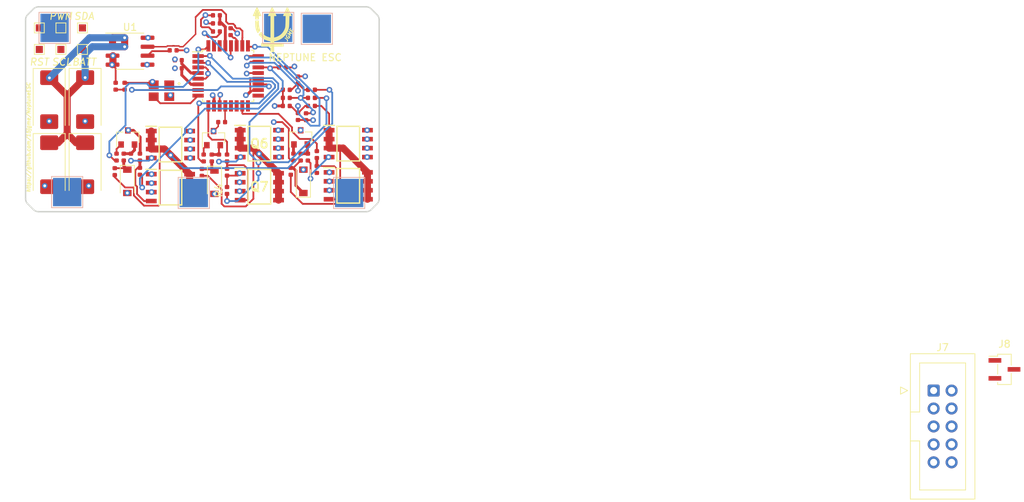
<source format=kicad_pcb>
(kicad_pcb (version 20171130) (host pcbnew "(5.1.6)-1")
  (layers (0 F.Cu signal) (1 PWR signal hide) (2 GND signal hide) (31 B.Cu signal) (34 B.Paste user) (35 F.Paste user) (36 B.SilkS user) (37 F.SilkS user) (38 B.Mask user) (39 F.Mask user) (44 Edge.Cuts user))
  (net 0 "")
  (net 1 +BATT)
  (net 2 GND)
  (net 3 RST)
  (net 4 "Net-(C6-Pad1)")
  (net 5 +5V)
  (net 6 "Net-(C9-Pad2)")
  (net 7 Phase-A)
  (net 8 "Net-(C10-Pad2)")
  (net 9 Phase-B)
  (net 10 "Net-(C11-Pad2)")
  (net 11 Phase-C)
  (net 12 Vdrive)
  (net 13 PWM)
  (net 14 SCL)
  (net 15 SDA)
  (net 16 MISO)
  (net 17 CLK)
  (net 18 "Net-(J7-Pad3)")
  (net 19 MOSI)
  (net 20 TX)
  (net 21 RX)
  (net 22 "Net-(Q1-Pad2)")
  (net 23 "Net-(Q1-Pad1)")
  (net 24 "Net-(Q2-Pad2)")
  (net 25 "Net-(Q2-Pad1)")
  (net 26 "Net-(Q3-Pad2)")
  (net 27 "Net-(Q3-Pad1)")
  (net 28 /MosfetArray/Gate-AH)
  (net 29 /MosfetArray/Gate-AL)
  (net 30 /MosfetArray/Gate-BH)
  (net 31 /MosfetArray/Gate-BL)
  (net 32 /MosfetArray/Gate-CH)
  (net 33 /MosfetArray/Gate-CL)
  (net 34 Temp)
  (net 35 VBAT-signal)
  (net 36 Center)
  (net 37 A-Sense)
  (net 38 B-Sense)
  (net 39 C-Sense)
  (net 40 PWM-AH)
  (net 41 PWM-AL)
  (net 42 PWM-BH)
  (net 43 PWM-BL)
  (net 44 PWM-CH)
  (net 45 PWM-CL)
  (net 46 Current-Sig)
  (net 47 "Net-(U2-Pad14)")
  (net 48 "Net-(U2-Pad13)")
  (net 49 "Net-(U2-Pad8)")
  (net 50 "Net-(U2-Pad7)")
  (module TestPoint:TestPoint_Pad_1.0x1.0mm (layer F.Cu) (at 95.508 27.815)
    (fp_text reference J14 hide)
    (fp_text value Conn_01x01_Female)
    (pad 1 smd rect (at 0 0) (size 1 1) (layers F.Cu F.Mask) (net 1 +BATT))
  )
  (module TestPoint:TestPoint_Pad_1.0x1.0mm (layer F.Cu) (at 95.508 24.765)
    (fp_text reference J13 hide)
    (fp_text value Conn_01x01_Female)
    (pad 1 smd rect (at 0 0) (size 1 1) (layers F.Cu F.Mask) (net 15 SDA))
  )
  (module TestPoint:TestPoint_Pad_1.0x1.0mm (layer F.Cu) (at 92.458 27.815)
    (fp_text reference J12 hide)
    (fp_text value Conn_01x01_Female)
    (pad 1 smd rect (at 0 0) (size 1 1) (layers F.Cu F.Mask) (net 14 SCL))
  )
  (module TestPoint:TestPoint_Pad_1.0x1.0mm (layer F.Cu) (at 92.458 24.765)
    (fp_text reference J11 hide)
    (fp_text value Conn_01x01_Female)
    (pad 1 smd rect (at 0 0) (size 1 1) (layers F.Cu F.Mask) (net 13 PWM))
  )
  (module TestPoint:TestPoint_Pad_1.0x1.0mm (layer F.Cu) (at 89.408 27.815)
    (fp_text reference J10 hide)
    (fp_text value Conn_01x01_Female)
    (pad 1 smd rect (at 0 0) (size 1 1) (layers F.Cu F.Mask) (net 3 RST))
  )
  (module TestPoint:TestPoint_Pad_1.0x1.0mm (layer F.Cu) (at 89.408 24.765)
    (fp_text reference J9 hide)
    (fp_text value Conn_01x01_Female)
    (pad 1 smd rect (at 0 0) (size 1 1) (layers F.Cu F.Mask) (net 1 +BATT))
  )
  (module TestPoint:TestPoint_Pad_4.0x4.0mm (layer B.Cu) (at 93.345 48.006)
    (fp_text reference J6 hide)
    (fp_text value Conn_01x01_Female)
    (pad 1 smd rect (at 0 0) (size 4 4) (layers B.Cu B.Mask) (net 1 +BATT))
  )
  (module TestPoint:TestPoint_Pad_4.0x4.0mm (layer B.Cu) (at 128.651 24.892)
    (fp_text reference J5 hide)
    (fp_text value Conn_01x01_Female)
    (pad 1 smd rect (at 0 0) (size 4 4) (layers B.Cu B.Mask) (net 15 SDA))
  )
  (module TestPoint:TestPoint_Pad_4.0x4.0mm (layer B.Cu) (at 123.19 24.765)
    (fp_text reference J4 hide)
    (fp_text value Conn_01x01_Female)
    (pad 1 smd rect (at 0 0) (size 4 4) (layers B.Cu B.Mask) (net 14 SCL))
  )
  (module TestPoint:TestPoint_Pad_4.0x4.0mm (layer B.Cu) (at 111.252 48.133)
    (fp_text reference J3 hide)
    (fp_text value Conn_01x01_Female)
    (pad 1 smd rect (at 0 0) (size 4 4) (layers B.Cu B.Mask) (net 13 PWM))
  )
  (module TestPoint:TestPoint_Pad_4.0x4.0mm (layer B.Cu) (at 133.223 48.133)
    (fp_text reference J2 hide)
    (fp_text value Conn_01x01_Female)
    (pad 1 smd rect (at 0 0) (size 4 4) (layers B.Cu B.Mask) (net 3 RST))
  )
  (module TestPoint:TestPoint_Pad_4.0x4.0mm (layer B.Cu) (at 91.567 24.765)
    (fp_text reference J1 hide)
    (fp_text value Conn_01x01_Female)
    (pad 1 smd rect (at 0 0) (size 4 4) (layers B.Cu B.Mask) (net 1 +BATT))
  )
  (module Logos:neptuneLogo (layer F.Cu) (at 122.428 25.019)
    (fp_text reference L1 hide)
    (fp_text value Neptune hide)
  )
  (module Connector_PinSocket_1.27mm:PinSocket_1x03_P1.27mm_Vertical_SMD_Pin1Left (layer F.Cu) (at 225.89 73.101)
    (fp_text reference J8 (at 0 -3.58) (layer F.SilkS))
    (fp_text value Conn_01x03_Male)
    (pad 2 smd rect (at 1.35 0) (size 1.8 0.65) (layers F.Cu F.Paste F.Mask) (net 20 TX))
    (pad 3 smd rect (at -1.35 1.27) (size 1.8 0.65) (layers F.Cu F.Paste F.Mask) (net 21 RX))
    (pad 1 smd rect (at -1.35 -1.27) (size 1.8 0.65) (layers F.Cu F.Paste F.Mask) (net 2 GND))
  )
  (module Connector_IDC:IDC-Header_2x05_P2.54mm_Vertical (layer F.Cu) (at 215.875 76.101)
    (fp_text reference J7 (at 1.27 -6.1) (layer F.SilkS))
    (fp_text value AVR-ISP-10)
    (pad 10 thru_hole circle (at 2.54 10.16) (size 1.7 1.7) (drill 1) (layers *.Cu *.Mask) (net 2 GND))
    (pad 8 thru_hole circle (at 2.54 7.62) (size 1.7 1.7) (drill 1) (layers *.Cu *.Mask) (net 2 GND))
    (pad 6 thru_hole circle (at 2.54 5.08) (size 1.7 1.7) (drill 1) (layers *.Cu *.Mask) (net 2 GND))
    (pad 4 thru_hole circle (at 2.54 2.54) (size 1.7 1.7) (drill 1) (layers *.Cu *.Mask) (net 2 GND))
    (pad 2 thru_hole circle (at 2.54 0) (size 1.7 1.7) (drill 1) (layers *.Cu *.Mask) (net 5 +5V))
    (pad 9 thru_hole circle (at 0 10.16) (size 1.7 1.7) (drill 1) (layers *.Cu *.Mask) (net 16 MISO))
    (pad 7 thru_hole circle (at 0 7.62) (size 1.7 1.7) (drill 1) (layers *.Cu *.Mask) (net 17 CLK))
    (pad 5 thru_hole circle (at 0 5.08) (size 1.7 1.7) (drill 1) (layers *.Cu *.Mask) (net 3 RST))
    (pad 3 thru_hole circle (at 0 2.54) (size 1.7 1.7) (drill 1) (layers *.Cu *.Mask) (net 18 "Net-(J7-Pad3)"))
    (pad 1 thru_hole roundrect (at 0 0) (size 1.7 1.7) (drill 1) (layers *.Cu *.Mask) (roundrect_rratio 0.147059) (net 19 MOSI))
  )
  (module "Used libraries:X322516MLB4SI" (layer F.Cu) (at 106.68 33.655 180)
    (fp_text reference Y1 hide)
    (fp_text value 16MHz hide)
    (pad 4 smd rect (at -1.1 -0.85 270) (size 1.2 1.4) (layers F.Cu F.Paste F.Mask))
    (pad 3 smd rect (at 1.1 -0.85 270) (size 1.2 1.4) (layers F.Cu F.Paste F.Mask) (net 49 "Net-(U2-Pad8)"))
    (pad 2 smd rect (at 1.1 0.85 270) (size 1.2 1.4) (layers F.Cu F.Paste F.Mask) (net 2 GND))
    (pad 1 smd rect (at -1.1 0.85 270) (size 1.2 1.4) (layers F.Cu F.Paste F.Mask) (net 50 "Net-(U2-Pad7)"))
  )
  (module Package_QFP:TQFP-32_7x7mm_P0.8mm (layer F.Cu) (at 116.11 31.555)
    (fp_text reference U2 hide)
    (fp_text value ATmega8A-AU)
    (pad 32 smd rect (at -2.8 -4.25 90) (size 1.6 0.55) (layers F.Cu F.Paste F.Mask) (net 40 PWM-AH))
    (pad 31 smd rect (at -2 -4.25 90) (size 1.6 0.55) (layers F.Cu F.Paste F.Mask) (net 20 TX))
    (pad 30 smd rect (at -1.2 -4.25 90) (size 1.6 0.55) (layers F.Cu F.Paste F.Mask) (net 21 RX))
    (pad 29 smd rect (at -0.4 -4.25 90) (size 1.6 0.55) (layers F.Cu F.Paste F.Mask) (net 3 RST))
    (pad 28 smd rect (at 0.4 -4.25 90) (size 1.6 0.55) (layers F.Cu F.Paste F.Mask) (net 14 SCL))
    (pad 27 smd rect (at 1.2 -4.25 90) (size 1.6 0.55) (layers F.Cu F.Paste F.Mask) (net 15 SDA))
    (pad 26 smd rect (at 2 -4.25 90) (size 1.6 0.55) (layers F.Cu F.Paste F.Mask) (net 46 Current-Sig))
    (pad 25 smd rect (at 2.8 -4.25 90) (size 1.6 0.55) (layers F.Cu F.Paste F.Mask) (net 39 C-Sense))
    (pad 24 smd rect (at 4.25 -2.8) (size 1.6 0.55) (layers F.Cu F.Paste F.Mask) (net 38 B-Sense))
    (pad 23 smd rect (at 4.25 -2) (size 1.6 0.55) (layers F.Cu F.Paste F.Mask) (net 37 A-Sense))
    (pad 22 smd rect (at 4.25 -1.2) (size 1.6 0.55) (layers F.Cu F.Paste F.Mask) (net 34 Temp))
    (pad 21 smd rect (at 4.25 -0.4) (size 1.6 0.55) (layers F.Cu F.Paste F.Mask) (net 2 GND))
    (pad 20 smd rect (at 4.25 0.4) (size 1.6 0.55) (layers F.Cu F.Paste F.Mask) (net 5 +5V))
    (pad 19 smd rect (at 4.25 1.2) (size 1.6 0.55) (layers F.Cu F.Paste F.Mask) (net 35 VBAT-signal))
    (pad 18 smd rect (at 4.25 2) (size 1.6 0.55) (layers F.Cu F.Paste F.Mask) (net 5 +5V))
    (pad 17 smd rect (at 4.25 2.8) (size 1.6 0.55) (layers F.Cu F.Paste F.Mask) (net 17 CLK))
    (pad 16 smd rect (at 2.8 4.25 90) (size 1.6 0.55) (layers F.Cu F.Paste F.Mask) (net 16 MISO))
    (pad 15 smd rect (at 2 4.25 90) (size 1.6 0.55) (layers F.Cu F.Paste F.Mask) (net 45 PWM-CL))
    (pad 14 smd rect (at 1.2 4.25 90) (size 1.6 0.55) (layers F.Cu F.Paste F.Mask) (net 47 "Net-(U2-Pad14)"))
    (pad 13 smd rect (at 0.4 4.25 90) (size 1.6 0.55) (layers F.Cu F.Paste F.Mask) (net 48 "Net-(U2-Pad13)"))
    (pad 12 smd rect (at -0.4 4.25 90) (size 1.6 0.55) (layers F.Cu F.Paste F.Mask) (net 13 PWM))
    (pad 11 smd rect (at -1.2 4.25 90) (size 1.6 0.55) (layers F.Cu F.Paste F.Mask) (net 44 PWM-CH))
    (pad 10 smd rect (at -2 4.25 90) (size 1.6 0.55) (layers F.Cu F.Paste F.Mask) (net 36 Center))
    (pad 9 smd rect (at -2.8 4.25 90) (size 1.6 0.55) (layers F.Cu F.Paste F.Mask) (net 43 PWM-BL))
    (pad 8 smd rect (at -4.25 2.8) (size 1.6 0.55) (layers F.Cu F.Paste F.Mask) (net 49 "Net-(U2-Pad8)"))
    (pad 7 smd rect (at -4.25 2) (size 1.6 0.55) (layers F.Cu F.Paste F.Mask) (net 50 "Net-(U2-Pad7)"))
    (pad 6 smd rect (at -4.25 1.2) (size 1.6 0.55) (layers F.Cu F.Paste F.Mask) (net 5 +5V))
    (pad 5 smd rect (at -4.25 0.4) (size 1.6 0.55) (layers F.Cu F.Paste F.Mask) (net 2 GND))
    (pad 4 smd rect (at -4.25 -0.4) (size 1.6 0.55) (layers F.Cu F.Paste F.Mask) (net 5 +5V))
    (pad 3 smd rect (at -4.25 -1.2) (size 1.6 0.55) (layers F.Cu F.Paste F.Mask) (net 2 GND))
    (pad 2 smd rect (at -4.25 -2) (size 1.6 0.55) (layers F.Cu F.Paste F.Mask) (net 42 PWM-BH))
    (pad 1 smd rect (at -4.25 -2.8) (size 1.6 0.55) (layers F.Cu F.Paste F.Mask) (net 41 PWM-AL))
  )
  (module Package_SO:SOIC-8_3.9x4.9mm_P1.27mm (layer F.Cu) (at 102.235 28.067)
    (fp_text reference U1 (at 0 -3.4) (layer F.SilkS))
    (fp_text value ACS712xLCTR-20A)
    (pad 8 smd roundrect (at 2.475 -1.905) (size 1.95 0.6) (layers F.Cu F.Paste F.Mask) (net 5 +5V))
    (pad 7 smd roundrect (at 2.475 -0.635) (size 1.95 0.6) (layers F.Cu F.Paste F.Mask) (net 46 Current-Sig))
    (pad 6 smd roundrect (at 2.475 0.635) (size 1.95 0.6) (layers F.Cu F.Paste F.Mask) (net 4 "Net-(C6-Pad1)"))
    (pad 5 smd roundrect (at 2.475 1.905) (size 1.95 0.6) (layers F.Cu F.Paste F.Mask) (net 2 GND))
    (pad 4 smd roundrect (at -2.475 1.905) (size 1.95 0.6) (layers F.Cu F.Paste F.Mask) (net 12 Vdrive))
    (pad 3 smd roundrect (at -2.475 0.635) (size 1.95 0.6) (layers F.Cu F.Paste F.Mask) (net 12 Vdrive))
    (pad 2 smd roundrect (at -2.475 -0.635) (size 1.95 0.6) (layers F.Cu F.Paste F.Mask) (net 1 +BATT))
    (pad 1 smd roundrect (at -2.475 -1.905) (size 1.95 0.6) (layers F.Cu F.Paste F.Mask) (net 1 +BATT))
  )
  (module Resistor_SMD:R_0402_1005Metric (layer F.Cu) (at 127.381 43.053 90)
    (fp_text reference R32 hide)
    (fp_text value 100)
    (pad 2 smd roundrect (at 0.485 0 90) (size 0.59 0.64) (layers F.Cu F.Paste F.Mask) (net 26 "Net-(Q3-Pad2)"))
    (pad 1 smd roundrect (at -0.485 0 90) (size 0.59 0.64) (layers F.Cu F.Paste F.Mask) (net 32 /MosfetArray/Gate-CH))
  )
  (module Resistor_SMD:R_0402_1005Metric (layer F.Cu) (at 128.651 44.808 90)
    (fp_text reference R31 hide)
    (fp_text value 10k)
    (pad 2 smd roundrect (at 0.485 0 90) (size 0.59 0.64) (layers F.Cu F.Paste F.Mask) (net 33 /MosfetArray/Gate-CL))
    (pad 1 smd roundrect (at -0.485 0 90) (size 0.59 0.64) (layers F.Cu F.Paste F.Mask) (net 2 GND))
  )
  (module Resistor_SMD:R_0402_1005Metric (layer F.Cu) (at 126.365 43.053 90)
    (fp_text reference R30 hide)
    (fp_text value 2.2k)
    (pad 2 smd roundrect (at 0.485 0 90) (size 0.59 0.64) (layers F.Cu F.Paste F.Mask) (net 26 "Net-(Q3-Pad2)"))
    (pad 1 smd roundrect (at -0.485 0 90) (size 0.59 0.64) (layers F.Cu F.Paste F.Mask) (net 10 "Net-(C11-Pad2)"))
  )
  (module Resistor_SMD:R_0402_1005Metric (layer F.Cu) (at 128.651 42.695 90)
    (fp_text reference R29 hide)
    (fp_text value 100)
    (pad 2 smd roundrect (at 0.485 0 90) (size 0.59 0.64) (layers F.Cu F.Paste F.Mask) (net 45 PWM-CL))
    (pad 1 smd roundrect (at -0.485 0 90) (size 0.59 0.64) (layers F.Cu F.Paste F.Mask) (net 33 /MosfetArray/Gate-CL))
  )
  (module Resistor_SMD:R_0402_1005Metric (layer F.Cu) (at 125.349 43.053 270)
    (fp_text reference R28 hide)
    (fp_text value 4.7k)
    (pad 2 smd roundrect (at 0.485 0 270) (size 0.59 0.64) (layers F.Cu F.Paste F.Mask) (net 44 PWM-CH))
    (pad 1 smd roundrect (at -0.485 0 270) (size 0.59 0.64) (layers F.Cu F.Paste F.Mask) (net 27 "Net-(Q3-Pad1)"))
  )
  (module Resistor_SMD:R_0402_1005Metric (layer F.Cu) (at 114.808 43.18 90)
    (fp_text reference R27 hide)
    (fp_text value 100)
    (pad 2 smd roundrect (at 0.485 0 90) (size 0.59 0.64) (layers F.Cu F.Paste F.Mask) (net 24 "Net-(Q2-Pad2)"))
    (pad 1 smd roundrect (at -0.485 0 90) (size 0.59 0.64) (layers F.Cu F.Paste F.Mask) (net 30 /MosfetArray/Gate-BH))
  )
  (module Resistor_SMD:R_0402_1005Metric (layer F.Cu) (at 115.951 45.189 90)
    (fp_text reference R26 hide)
    (fp_text value 10k)
    (pad 2 smd roundrect (at 0.485 0 90) (size 0.59 0.64) (layers F.Cu F.Paste F.Mask) (net 31 /MosfetArray/Gate-BL))
    (pad 1 smd roundrect (at -0.485 0 90) (size 0.59 0.64) (layers F.Cu F.Paste F.Mask) (net 2 GND))
  )
  (module Resistor_SMD:R_0402_1005Metric (layer F.Cu) (at 113.792 43.18 90)
    (fp_text reference R25 hide)
    (fp_text value 2.2k)
    (pad 2 smd roundrect (at 0.485 0 90) (size 0.59 0.64) (layers F.Cu F.Paste F.Mask) (net 24 "Net-(Q2-Pad2)"))
    (pad 1 smd roundrect (at -0.485 0 90) (size 0.59 0.64) (layers F.Cu F.Paste F.Mask) (net 8 "Net-(C10-Pad2)"))
  )
  (module Resistor_SMD:R_0402_1005Metric (layer F.Cu) (at 115.951 43.18 90)
    (fp_text reference R24 hide)
    (fp_text value 100)
    (pad 2 smd roundrect (at 0.485 0 90) (size 0.59 0.64) (layers F.Cu F.Paste F.Mask) (net 43 PWM-BL))
    (pad 1 smd roundrect (at -0.485 0 90) (size 0.59 0.64) (layers F.Cu F.Paste F.Mask) (net 31 /MosfetArray/Gate-BL))
  )
  (module Resistor_SMD:R_0402_1005Metric (layer F.Cu) (at 112.649 43.18 270)
    (fp_text reference R23 hide)
    (fp_text value 4.7k)
    (pad 2 smd roundrect (at 0.485 0 270) (size 0.59 0.64) (layers F.Cu F.Paste F.Mask) (net 42 PWM-BH))
    (pad 1 smd roundrect (at -0.485 0 270) (size 0.59 0.64) (layers F.Cu F.Paste F.Mask) (net 25 "Net-(Q2-Pad1)"))
  )
  (module Resistor_SMD:R_0402_1005Metric (layer F.Cu) (at 102.362 43.053 90)
    (fp_text reference R22 hide)
    (fp_text value 100)
    (pad 2 smd roundrect (at 0.485 0 90) (size 0.59 0.64) (layers F.Cu F.Paste F.Mask) (net 22 "Net-(Q1-Pad2)"))
    (pad 1 smd roundrect (at -0.485 0 90) (size 0.59 0.64) (layers F.Cu F.Paste F.Mask) (net 28 /MosfetArray/Gate-AH))
  )
  (module Resistor_SMD:R_0402_1005Metric (layer F.Cu) (at 103.632 43.053 270)
    (fp_text reference R21 hide)
    (fp_text value 10k)
    (pad 2 smd roundrect (at 0.485 0 270) (size 0.59 0.64) (layers F.Cu F.Paste F.Mask) (net 29 /MosfetArray/Gate-AL))
    (pad 1 smd roundrect (at -0.485 0 270) (size 0.59 0.64) (layers F.Cu F.Paste F.Mask) (net 2 GND))
  )
  (module Resistor_SMD:R_0402_1005Metric (layer F.Cu) (at 101.346 43.053 90)
    (fp_text reference R20 hide)
    (fp_text value 2.2k)
    (pad 2 smd roundrect (at 0.485 0 90) (size 0.59 0.64) (layers F.Cu F.Paste F.Mask) (net 22 "Net-(Q1-Pad2)"))
    (pad 1 smd roundrect (at -0.485 0 90) (size 0.59 0.64) (layers F.Cu F.Paste F.Mask) (net 6 "Net-(C9-Pad2)"))
  )
  (module Resistor_SMD:R_0402_1005Metric (layer F.Cu) (at 103.632 45.062 270)
    (fp_text reference R19 hide)
    (fp_text value 100)
    (pad 2 smd roundrect (at 0.485 0 270) (size 0.59 0.64) (layers F.Cu F.Paste F.Mask) (net 41 PWM-AL))
    (pad 1 smd roundrect (at -0.485 0 270) (size 0.59 0.64) (layers F.Cu F.Paste F.Mask) (net 29 /MosfetArray/Gate-AL))
  )
  (module Resistor_SMD:R_0402_1005Metric (layer F.Cu) (at 100.33 43.053 270)
    (fp_text reference R18 hide)
    (fp_text value 4.7k)
    (pad 2 smd roundrect (at 0.485 0 270) (size 0.59 0.64) (layers F.Cu F.Paste F.Mask) (net 40 PWM-AH))
    (pad 1 smd roundrect (at -0.485 0 270) (size 0.59 0.64) (layers F.Cu F.Paste F.Mask) (net 23 "Net-(Q1-Pad1)"))
  )
  (module Resistor_SMD:R_0402_1005Metric (layer F.Cu) (at 127.889 35.814 180)
    (fp_text reference R17 hide)
    (fp_text value 47k)
    (pad 2 smd roundrect (at 0.485 0 180) (size 0.59 0.64) (layers F.Cu F.Paste F.Mask) (net 39 C-Sense))
    (pad 1 smd roundrect (at -0.485 0 180) (size 0.59 0.64) (layers F.Cu F.Paste F.Mask) (net 11 Phase-C))
  )
  (module Resistor_SMD:R_0402_1005Metric (layer F.Cu) (at 127.889 34.671 180)
    (fp_text reference R16 hide)
    (fp_text value 47k)
    (pad 2 smd roundrect (at 0.485 0 180) (size 0.59 0.64) (layers F.Cu F.Paste F.Mask) (net 38 B-Sense))
    (pad 1 smd roundrect (at -0.485 0 180) (size 0.59 0.64) (layers F.Cu F.Paste F.Mask) (net 9 Phase-B))
  )
  (module Resistor_SMD:R_0402_1005Metric (layer F.Cu) (at 127.889 33.528 180)
    (fp_text reference R15 hide)
    (fp_text value 47k)
    (pad 2 smd roundrect (at 0.485 0 180) (size 0.59 0.64) (layers F.Cu F.Paste F.Mask) (net 37 A-Sense))
    (pad 1 smd roundrect (at -0.485 0 180) (size 0.59 0.64) (layers F.Cu F.Paste F.Mask) (net 7 Phase-A))
  )
  (module Resistor_SMD:R_0402_1005Metric (layer F.Cu) (at 125.984 37.315 270)
    (fp_text reference R14 hide)
    (fp_text value 4.7k)
    (pad 2 smd roundrect (at 0.485 0 270) (size 0.59 0.64) (layers F.Cu F.Paste F.Mask) (net 2 GND))
    (pad 1 smd roundrect (at -0.485 0 270) (size 0.59 0.64) (layers F.Cu F.Paste F.Mask) (net 39 C-Sense))
  )
  (module Resistor_SMD:R_0402_1005Metric (layer F.Cu) (at 127.127 37.338 270)
    (fp_text reference R13 hide)
    (fp_text value 4.7k)
    (pad 2 smd roundrect (at 0.485 0 270) (size 0.59 0.64) (layers F.Cu F.Paste F.Mask) (net 2 GND))
    (pad 1 smd roundrect (at -0.485 0 270) (size 0.59 0.64) (layers F.Cu F.Paste F.Mask) (net 38 B-Sense))
  )
  (module Resistor_SMD:R_0402_1005Metric (layer F.Cu) (at 125.984 32.131 90)
    (fp_text reference R12 hide)
    (fp_text value 4.7k)
    (pad 2 smd roundrect (at 0.485 0 90) (size 0.59 0.64) (layers F.Cu F.Paste F.Mask) (net 2 GND))
    (pad 1 smd roundrect (at -0.485 0 90) (size 0.59 0.64) (layers F.Cu F.Paste F.Mask) (net 37 A-Sense))
  )
  (module Resistor_SMD:R_0402_1005Metric (layer F.Cu) (at 124.333 35.814 180)
    (fp_text reference R11 hide)
    (fp_text value 47k)
    (pad 2 smd roundrect (at 0.485 0 180) (size 0.59 0.64) (layers F.Cu F.Paste F.Mask) (net 36 Center))
    (pad 1 smd roundrect (at -0.485 0 180) (size 0.59 0.64) (layers F.Cu F.Paste F.Mask) (net 39 C-Sense))
  )
  (module Resistor_SMD:R_0402_1005Metric (layer F.Cu) (at 124.333 34.671 180)
    (fp_text reference R10 hide)
    (fp_text value 47k)
    (pad 2 smd roundrect (at 0.485 0 180) (size 0.59 0.64) (layers F.Cu F.Paste F.Mask) (net 36 Center))
    (pad 1 smd roundrect (at -0.485 0 180) (size 0.59 0.64) (layers F.Cu F.Paste F.Mask) (net 38 B-Sense))
  )
  (module Resistor_SMD:R_0402_1005Metric (layer F.Cu) (at 124.333 33.528 180)
    (fp_text reference R9 hide)
    (fp_text value 47k)
    (pad 2 smd roundrect (at 0.485 0 180) (size 0.59 0.64) (layers F.Cu F.Paste F.Mask) (net 36 Center))
    (pad 1 smd roundrect (at -0.485 0 180) (size 0.59 0.64) (layers F.Cu F.Paste F.Mask) (net 37 A-Sense))
  )
  (module Resistor_SMD:R_0402_1005Metric (layer F.Cu) (at 101.473 33.02 90)
    (fp_text reference R8 hide)
    (fp_text value 3.3k)
    (pad 2 smd roundrect (at 0.485 0 90) (size 0.59 0.64) (layers F.Cu F.Paste F.Mask) (net 2 GND))
    (pad 1 smd roundrect (at -0.485 0 90) (size 0.59 0.64) (layers F.Cu F.Paste F.Mask) (net 35 VBAT-signal))
  )
  (module Resistor_SMD:R_0402_1005Metric (layer F.Cu) (at 100.203 33.02 270)
    (fp_text reference R7 hide)
    (fp_text value 18k)
    (pad 2 smd roundrect (at 0.485 0 270) (size 0.59 0.64) (layers F.Cu F.Paste F.Mask) (net 35 VBAT-signal))
    (pad 1 smd roundrect (at -0.485 0 270) (size 0.59 0.64) (layers F.Cu F.Paste F.Mask) (net 12 Vdrive))
  )
  (module Resistor_SMD:R_0402_1005Metric (layer F.Cu) (at 116.459 25.296 270)
    (fp_text reference R6 hide)
    (fp_text value 10k)
    (pad 2 smd roundrect (at 0.485 0 270) (size 0.59 0.64) (layers F.Cu F.Paste F.Mask) (net 15 SDA))
    (pad 1 smd roundrect (at -0.485 0 270) (size 0.59 0.64) (layers F.Cu F.Paste F.Mask) (net 5 +5V))
  )
  (module Resistor_SMD:R_0402_1005Metric (layer F.Cu) (at 114.45 25.273)
    (fp_text reference R5 hide)
    (fp_text value 10k)
    (pad 2 smd roundrect (at 0.485 0) (size 0.59 0.64) (layers F.Cu F.Paste F.Mask) (net 14 SCL))
    (pad 1 smd roundrect (at -0.485 0) (size 0.59 0.64) (layers F.Cu F.Paste F.Mask) (net 5 +5V))
  )
  (module Resistor_SMD:R_0402_1005Metric (layer F.Cu) (at 115.951 47.775 90)
    (fp_text reference R4 (at 0 -1.17 90) (layer F.SilkS))
    (fp_text value "10k NTC")
    (pad 2 smd roundrect (at 0.485 0 90) (size 0.59 0.64) (layers F.Cu F.Paste F.Mask) (net 2 GND))
    (pad 1 smd roundrect (at -0.485 0 90) (size 0.59 0.64) (layers F.Cu F.Paste F.Mask) (net 34 Temp))
  )
  (module Resistor_SMD:R_0402_1005Metric (layer F.Cu) (at 123.802 30.353 180)
    (fp_text reference R3 hide)
    (fp_text value 3.3k)
    (pad 2 smd roundrect (at 0.485 0 180) (size 0.59 0.64) (layers F.Cu F.Paste F.Mask) (net 34 Temp))
    (pad 1 smd roundrect (at -0.485 0 180) (size 0.59 0.64) (layers F.Cu F.Paste F.Mask) (net 5 +5V))
  )
  (module Resistor_SMD:R_0402_1005Metric (layer F.Cu) (at 114.45 22.987)
    (fp_text reference R2 hide)
    (fp_text value 10k)
    (pad 2 smd roundrect (at 0.485 0) (size 0.59 0.64) (layers F.Cu F.Paste F.Mask) (net 3 RST))
    (pad 1 smd roundrect (at -0.485 0) (size 0.59 0.64) (layers F.Cu F.Paste F.Mask) (net 5 +5V))
  )
  (module Resistor_SMD:R_0402_1005Metric (layer F.Cu) (at 115.189 38.1 180)
    (fp_text reference R1 hide)
    (fp_text value 470k)
    (pad 2 smd roundrect (at 0.485 0 180) (size 0.59 0.64) (layers F.Cu F.Paste F.Mask) (net 2 GND))
    (pad 1 smd roundrect (at -0.485 0 180) (size 0.59 0.64) (layers F.Cu F.Paste F.Mask) (net 13 PWM))
  )
  (module "Used libraries:SOIC127P600X175-8N" (layer F.Cu) (at 133.096 47.117)
    (fp_text reference Q9 hide)
    (fp_text value AO4407A hide)
    (pad 8 smd rect (at 2.712 -1.905 90) (size 0.65 1.525) (layers F.Cu F.Paste F.Mask) (net 11 Phase-C))
    (pad 7 smd rect (at 2.712 -0.635 90) (size 0.65 1.525) (layers F.Cu F.Paste F.Mask) (net 11 Phase-C))
    (pad 6 smd rect (at 2.712 0.635 90) (size 0.65 1.525) (layers F.Cu F.Paste F.Mask) (net 11 Phase-C))
    (pad 5 smd rect (at 2.712 1.905 90) (size 0.65 1.525) (layers F.Cu F.Paste F.Mask) (net 11 Phase-C))
    (pad 4 smd rect (at -2.712 1.905 90) (size 0.65 1.525) (layers F.Cu F.Paste F.Mask) (net 33 /MosfetArray/Gate-CL))
    (pad 3 smd rect (at -2.712 0.635 90) (size 0.65 1.525) (layers F.Cu F.Paste F.Mask) (net 2 GND))
    (pad 2 smd rect (at -2.712 -0.635 90) (size 0.65 1.525) (layers F.Cu F.Paste F.Mask) (net 2 GND))
    (pad 1 smd rect (at -2.712 -1.905 90) (size 0.65 1.525) (layers F.Cu F.Paste F.Mask) (net 2 GND))
  )
  (module "Used libraries:SOIC127P600X175-8N" (layer F.Cu) (at 133.096 41.148)
    (fp_text reference Q8 hide)
    (fp_text value AO4407A hide)
    (pad 8 smd rect (at 2.712 -1.905 90) (size 0.65 1.525) (layers F.Cu F.Paste F.Mask) (net 12 Vdrive))
    (pad 7 smd rect (at 2.712 -0.635 90) (size 0.65 1.525) (layers F.Cu F.Paste F.Mask) (net 12 Vdrive))
    (pad 6 smd rect (at 2.712 0.635 90) (size 0.65 1.525) (layers F.Cu F.Paste F.Mask) (net 12 Vdrive))
    (pad 5 smd rect (at 2.712 1.905 90) (size 0.65 1.525) (layers F.Cu F.Paste F.Mask) (net 12 Vdrive))
    (pad 4 smd rect (at -2.712 1.905 90) (size 0.65 1.525) (layers F.Cu F.Paste F.Mask) (net 32 /MosfetArray/Gate-CH))
    (pad 3 smd rect (at -2.712 0.635 90) (size 0.65 1.525) (layers F.Cu F.Paste F.Mask) (net 11 Phase-C))
    (pad 2 smd rect (at -2.712 -0.635 90) (size 0.65 1.525) (layers F.Cu F.Paste F.Mask) (net 11 Phase-C))
    (pad 1 smd rect (at -2.712 -1.905 90) (size 0.65 1.525) (layers F.Cu F.Paste F.Mask) (net 11 Phase-C))
  )
  (module "Used libraries:SOIC127P600X175-8N" (layer F.Cu) (at 120.523 47.244)
    (fp_text reference Q7 (at 0 0) (layer F.SilkS) (effects (font (size 1.27 1.27) (thickness 0.254))))
    (fp_text value AO4407A hide)
    (pad 8 smd rect (at 2.712 -1.905 90) (size 0.65 1.525) (layers F.Cu F.Paste F.Mask) (net 9 Phase-B))
    (pad 7 smd rect (at 2.712 -0.635 90) (size 0.65 1.525) (layers F.Cu F.Paste F.Mask) (net 9 Phase-B))
    (pad 6 smd rect (at 2.712 0.635 90) (size 0.65 1.525) (layers F.Cu F.Paste F.Mask) (net 9 Phase-B))
    (pad 5 smd rect (at 2.712 1.905 90) (size 0.65 1.525) (layers F.Cu F.Paste F.Mask) (net 9 Phase-B))
    (pad 4 smd rect (at -2.712 1.905 90) (size 0.65 1.525) (layers F.Cu F.Paste F.Mask) (net 31 /MosfetArray/Gate-BL))
    (pad 3 smd rect (at -2.712 0.635 90) (size 0.65 1.525) (layers F.Cu F.Paste F.Mask) (net 2 GND))
    (pad 2 smd rect (at -2.712 -0.635 90) (size 0.65 1.525) (layers F.Cu F.Paste F.Mask) (net 2 GND))
    (pad 1 smd rect (at -2.712 -1.905 90) (size 0.65 1.525) (layers F.Cu F.Paste F.Mask) (net 2 GND))
  )
  (module "Used libraries:SOIC127P600X175-8N" (layer F.Cu) (at 120.523 41.148)
    (fp_text reference Q6 (at 0 0) (layer F.SilkS) (effects (font (size 1.27 1.27) (thickness 0.254))))
    (fp_text value AO4407A hide)
    (pad 8 smd rect (at 2.712 -1.905 90) (size 0.65 1.525) (layers F.Cu F.Paste F.Mask) (net 12 Vdrive))
    (pad 7 smd rect (at 2.712 -0.635 90) (size 0.65 1.525) (layers F.Cu F.Paste F.Mask) (net 12 Vdrive))
    (pad 6 smd rect (at 2.712 0.635 90) (size 0.65 1.525) (layers F.Cu F.Paste F.Mask) (net 12 Vdrive))
    (pad 5 smd rect (at 2.712 1.905 90) (size 0.65 1.525) (layers F.Cu F.Paste F.Mask) (net 12 Vdrive))
    (pad 4 smd rect (at -2.712 1.905 90) (size 0.65 1.525) (layers F.Cu F.Paste F.Mask) (net 30 /MosfetArray/Gate-BH))
    (pad 3 smd rect (at -2.712 0.635 90) (size 0.65 1.525) (layers F.Cu F.Paste F.Mask) (net 9 Phase-B))
    (pad 2 smd rect (at -2.712 -0.635 90) (size 0.65 1.525) (layers F.Cu F.Paste F.Mask) (net 9 Phase-B))
    (pad 1 smd rect (at -2.712 -1.905 90) (size 0.65 1.525) (layers F.Cu F.Paste F.Mask) (net 9 Phase-B))
  )
  (module "Used libraries:SOIC127P600X175-8N" (layer F.Cu) (at 107.95 47.371)
    (fp_text reference Q5 hide)
    (fp_text value AO4407A hide)
    (pad 8 smd rect (at 2.712 -1.905 90) (size 0.65 1.525) (layers F.Cu F.Paste F.Mask) (net 7 Phase-A))
    (pad 7 smd rect (at 2.712 -0.635 90) (size 0.65 1.525) (layers F.Cu F.Paste F.Mask) (net 7 Phase-A))
    (pad 6 smd rect (at 2.712 0.635 90) (size 0.65 1.525) (layers F.Cu F.Paste F.Mask) (net 7 Phase-A))
    (pad 5 smd rect (at 2.712 1.905 90) (size 0.65 1.525) (layers F.Cu F.Paste F.Mask) (net 7 Phase-A))
    (pad 4 smd rect (at -2.712 1.905 90) (size 0.65 1.525) (layers F.Cu F.Paste F.Mask) (net 29 /MosfetArray/Gate-AL))
    (pad 3 smd rect (at -2.712 0.635 90) (size 0.65 1.525) (layers F.Cu F.Paste F.Mask) (net 2 GND))
    (pad 2 smd rect (at -2.712 -0.635 90) (size 0.65 1.525) (layers F.Cu F.Paste F.Mask) (net 2 GND))
    (pad 1 smd rect (at -2.712 -1.905 90) (size 0.65 1.525) (layers F.Cu F.Paste F.Mask) (net 2 GND))
  )
  (module "Used libraries:SOIC127P600X175-8N" (layer F.Cu) (at 107.95 41.275)
    (fp_text reference Q4 hide)
    (fp_text value AO4407A hide)
    (pad 8 smd rect (at 2.712 -1.905 90) (size 0.65 1.525) (layers F.Cu F.Paste F.Mask) (net 12 Vdrive))
    (pad 7 smd rect (at 2.712 -0.635 90) (size 0.65 1.525) (layers F.Cu F.Paste F.Mask) (net 12 Vdrive))
    (pad 6 smd rect (at 2.712 0.635 90) (size 0.65 1.525) (layers F.Cu F.Paste F.Mask) (net 12 Vdrive))
    (pad 5 smd rect (at 2.712 1.905 90) (size 0.65 1.525) (layers F.Cu F.Paste F.Mask) (net 12 Vdrive))
    (pad 4 smd rect (at -2.712 1.905 90) (size 0.65 1.525) (layers F.Cu F.Paste F.Mask) (net 28 /MosfetArray/Gate-AH))
    (pad 3 smd rect (at -2.712 0.635 90) (size 0.65 1.525) (layers F.Cu F.Paste F.Mask) (net 7 Phase-A))
    (pad 2 smd rect (at -2.712 -0.635 90) (size 0.65 1.525) (layers F.Cu F.Paste F.Mask) (net 7 Phase-A))
    (pad 1 smd rect (at -2.712 -1.905 90) (size 0.65 1.525) (layers F.Cu F.Paste F.Mask) (net 7 Phase-A))
  )
  (module Package_TO_SOT_SMD:SOT-23 (layer F.Cu) (at 126.365 40.259 90)
    (fp_text reference Q3 hide)
    (fp_text value Q_NPN_BCE)
    (pad 3 smd rect (at 1 0 90) (size 0.9 0.8) (layers F.Cu F.Paste F.Mask) (net 2 GND))
    (pad 2 smd rect (at -1 0.95 90) (size 0.9 0.8) (layers F.Cu F.Paste F.Mask) (net 26 "Net-(Q3-Pad2)"))
    (pad 1 smd rect (at -1 -0.95 90) (size 0.9 0.8) (layers F.Cu F.Paste F.Mask) (net 27 "Net-(Q3-Pad1)"))
  )
  (module Package_TO_SOT_SMD:SOT-23 (layer F.Cu) (at 114.046 40.37 90)
    (fp_text reference Q2 hide)
    (fp_text value Q_NPN_BCE)
    (pad 3 smd rect (at 1 0 90) (size 0.9 0.8) (layers F.Cu F.Paste F.Mask) (net 2 GND))
    (pad 2 smd rect (at -1 0.95 90) (size 0.9 0.8) (layers F.Cu F.Paste F.Mask) (net 24 "Net-(Q2-Pad2)"))
    (pad 1 smd rect (at -1 -0.95 90) (size 0.9 0.8) (layers F.Cu F.Paste F.Mask) (net 25 "Net-(Q2-Pad1)"))
  )
  (module Package_TO_SOT_SMD:SOT-23 (layer F.Cu) (at 101.92 40.275 90)
    (fp_text reference Q1 hide)
    (fp_text value Q_NPN_BCE)
    (pad 3 smd rect (at 1 0 90) (size 0.9 0.8) (layers F.Cu F.Paste F.Mask) (net 2 GND))
    (pad 2 smd rect (at -1 0.95 90) (size 0.9 0.8) (layers F.Cu F.Paste F.Mask) (net 22 "Net-(Q1-Pad2)"))
    (pad 1 smd rect (at -1 -0.95 90) (size 0.9 0.8) (layers F.Cu F.Paste F.Mask) (net 23 "Net-(Q1-Pad1)"))
  )
  (module Diode_SMD:D_SOD-123 (layer F.Cu) (at 126.746 46.482 90)
    (fp_text reference D3 hide)
    (fp_text value D_Schottky)
    (pad 2 smd rect (at 1.65 0 90) (size 0.9 1.2) (layers F.Cu F.Paste F.Mask) (net 12 Vdrive))
    (pad 1 smd rect (at -1.65 0 90) (size 0.9 1.2) (layers F.Cu F.Paste F.Mask) (net 10 "Net-(C11-Pad2)"))
  )
  (module Diode_SMD:D_SOD-123 (layer F.Cu) (at 114.173 46.608 270)
    (fp_text reference D2 hide)
    (fp_text value D_Schottky)
    (pad 2 smd rect (at 1.65 0 270) (size 0.9 1.2) (layers F.Cu F.Paste F.Mask) (net 12 Vdrive))
    (pad 1 smd rect (at -1.65 0 270) (size 0.9 1.2) (layers F.Cu F.Paste F.Mask) (net 8 "Net-(C10-Pad2)"))
  )
  (module Diode_SMD:D_SOD-123 (layer F.Cu) (at 101.854 46.481 270)
    (fp_text reference D1 hide)
    (fp_text value D_Schottky)
    (pad 2 smd rect (at 1.65 0 270) (size 0.9 1.2) (layers F.Cu F.Paste F.Mask) (net 12 Vdrive))
    (pad 1 smd rect (at -1.65 0 270) (size 0.9 1.2) (layers F.Cu F.Paste F.Mask) (net 6 "Net-(C9-Pad2)"))
  )
  (module Capacitor_SMD:C_0402_1005Metric (layer F.Cu) (at 124.968 45.062 90)
    (fp_text reference C11 hide)
    (fp_text value C_Small)
    (pad 2 smd roundrect (at 0.485 0 90) (size 0.59 0.64) (layers F.Cu F.Paste F.Mask) (net 10 "Net-(C11-Pad2)"))
    (pad 1 smd roundrect (at -0.485 0 90) (size 0.59 0.64) (layers F.Cu F.Paste F.Mask) (net 11 Phase-C))
  )
  (module Capacitor_SMD:C_0402_1005Metric (layer F.Cu) (at 112.395 45.212 90)
    (fp_text reference C10 hide)
    (fp_text value C_Small)
    (pad 2 smd roundrect (at 0.485 0 90) (size 0.59 0.64) (layers F.Cu F.Paste F.Mask) (net 8 "Net-(C10-Pad2)"))
    (pad 1 smd roundrect (at -0.485 0 90) (size 0.59 0.64) (layers F.Cu F.Paste F.Mask) (net 9 Phase-B))
  )
  (module Capacitor_SMD:C_0402_1005Metric (layer F.Cu) (at 100.076 45.108 90)
    (fp_text reference C9 hide)
    (fp_text value C_Small)
    (pad 2 smd roundrect (at 0.485 0 90) (size 0.59 0.64) (layers F.Cu F.Paste F.Mask) (net 6 "Net-(C9-Pad2)"))
    (pad 1 smd roundrect (at -0.485 0 90) (size 0.59 0.64) (layers F.Cu F.Paste F.Mask) (net 7 Phase-A))
  )
  (module Capacitor_SMD:C_0402_1005Metric (layer F.Cu) (at 109.065 30.48 180)
    (fp_text reference C8 hide)
    (fp_text value 0.1uF)
    (pad 2 smd roundrect (at 0.485 0 180) (size 0.59 0.64) (layers F.Cu F.Paste F.Mask) (net 2 GND))
    (pad 1 smd roundrect (at -0.485 0 180) (size 0.59 0.64) (layers F.Cu F.Paste F.Mask) (net 5 +5V))
  )
  (module Capacitor_SMD:C_0402_1005Metric (layer F.Cu) (at 109.065 29.337 180)
    (fp_text reference C7 hide)
    (fp_text value 0.1uF)
    (pad 2 smd roundrect (at 0.485 0 180) (size 0.59 0.64) (layers F.Cu F.Paste F.Mask) (net 2 GND))
    (pad 1 smd roundrect (at -0.485 0 180) (size 0.59 0.64) (layers F.Cu F.Paste F.Mask) (net 5 +5V))
  )
  (module Capacitor_SMD:C_0402_1005Metric (layer F.Cu) (at 108.331 27.94)
    (fp_text reference C6 hide)
    (fp_text value 1nF)
    (pad 2 smd roundrect (at 0.485 0) (size 0.59 0.64) (layers F.Cu F.Paste F.Mask) (net 2 GND))
    (pad 1 smd roundrect (at -0.485 0) (size 0.59 0.64) (layers F.Cu F.Paste F.Mask) (net 4 "Net-(C6-Pad1)"))
  )
  (module Capacitor_SMD:C_0402_1005Metric (layer F.Cu) (at 114.45 24.13 180)
    (fp_text reference C5 hide)
    (fp_text value 0.1uF)
    (pad 2 smd roundrect (at 0.485 0 180) (size 0.59 0.64) (layers F.Cu F.Paste F.Mask) (net 2 GND))
    (pad 1 smd roundrect (at -0.485 0 180) (size 0.59 0.64) (layers F.Cu F.Paste F.Mask) (net 3 RST))
  )
  (module Capacitor_Tantalum_SMD:CP_EIA-7343-43_Kemet-X (layer F.Cu) (at 95.885 34.9133 270)
    (fp_text reference C4 hide)
    (fp_text value 100uF)
    (pad 2 smd roundrect (at 3.1125 0 270) (size 2.075 2.55) (layers F.Cu F.Paste F.Mask) (roundrect_rratio 0.120482) (net 2 GND))
    (pad 1 smd roundrect (at -3.1125 0 270) (size 2.075 2.55) (layers F.Cu F.Paste F.Mask) (roundrect_rratio 0.120482) (net 1 +BATT))
  )
  (module Capacitor_Tantalum_SMD:CP_EIA-7343-43_Kemet-X (layer F.Cu) (at 95.885 44.1335 270)
    (fp_text reference C3 hide)
    (fp_text value 100uF)
    (pad 2 smd roundrect (at 3.1125 0 270) (size 2.075 2.55) (layers F.Cu F.Paste F.Mask) (roundrect_rratio 0.120482) (net 2 GND))
    (pad 1 smd roundrect (at -3.1125 0 270) (size 2.075 2.55) (layers F.Cu F.Paste F.Mask) (roundrect_rratio 0.120482) (net 1 +BATT))
  )
  (module Capacitor_Tantalum_SMD:CP_EIA-7343-43_Kemet-X (layer F.Cu) (at 90.805 34.925 270)
    (fp_text reference C2 hide)
    (fp_text value 100uF)
    (pad 2 smd roundrect (at 3.1125 0 270) (size 2.075 2.55) (layers F.Cu F.Paste F.Mask) (roundrect_rratio 0.120482) (net 2 GND))
    (pad 1 smd roundrect (at -3.1125 0 270) (size 2.075 2.55) (layers F.Cu F.Paste F.Mask) (roundrect_rratio 0.120482) (net 1 +BATT))
  )
  (module Capacitor_Tantalum_SMD:CP_EIA-7343-43_Kemet-X (layer F.Cu) (at 90.805 44.1335 270)
    (fp_text reference C1 hide)
    (fp_text value 100uF)
    (pad 2 smd roundrect (at 3.1125 0 270) (size 2.075 2.55) (layers F.Cu F.Paste F.Mask) (roundrect_rratio 0.120482) (net 2 GND))
    (pad 1 smd roundrect (at -3.1125 0 270) (size 2.075 2.55) (layers F.Cu F.Paste F.Mask) (roundrect_rratio 0.120482) (net 1 +BATT))
  )
  (gr_text SDA (at 95.758 23.114) (layer F.SilkS) (effects (font (size 1 1) (thickness 0.15) italic)))
  (gr_text PWM (at 92.456 23.114) (layer F.SilkS) (effects (font (size 1 1) (thickness 0.15) italic)))
  (gr_text BATT (at 95.758 29.591) (layer F.SilkS) (effects (font (size 1 1) (thickness 0.15) italic)))
  (gr_text SCL (at 92.583 29.591) (layer F.SilkS) (effects (font (size 1 1) (thickness 0.15) italic)))
  (gr_text RST (at 89.408 29.591) (layer F.SilkS) (effects (font (size 1 1) (thickness 0.15) italic)))
  (gr_line (start 88.171534 22.491106) (end 87.757321 22.90532) (layer Edge.Cuts) (width 0.2))
  (gr_arc (start 136.464428 48.955572) (end 137.171534 49.662679) (angle -45) (layer Edge.Cuts) (width 0.2))
  (gr_line (start 136.757321 50.076893) (end 137.171534 49.662679) (layer Edge.Cuts) (width 0.2))
  (gr_line (start 87.464428 48.955572) (end 87.464428 23.612427) (layer Edge.Cuts) (width 0.2))
  (gr_arc (start 136.464428 23.612427) (end 137.464428 23.612427) (angle -45) (layer Edge.Cuts) (width 0.2))
  (gr_line (start 89.292855 21.783999) (end 135.636 21.783999) (layer Edge.Cuts) (width 0.2))
  (gr_arc (start 89.292855 49.783999) (end 88.585748 50.491106) (angle -45) (layer Edge.Cuts) (width 0.2))
  (gr_arc (start 88.464428 48.955572) (end 87.464428 48.955572) (angle -45) (layer Edge.Cuts) (width 0.2))
  (gr_arc (start 88.464428 23.612427) (end 87.757321 22.90532) (angle -45) (layer Edge.Cuts) (width 0.2))
  (gr_line (start 89.292855 50.783999) (end 135.636 50.783999) (layer Edge.Cuts) (width 0.2))
  (gr_line (start 88.171534 22.491106) (end 88.585748 22.076893) (layer Edge.Cuts) (width 0.2))
  (gr_line (start 88.171534 50.076893) (end 87.757321 49.662679) (layer Edge.Cuts) (width 0.2))
  (gr_line (start 88.171534 50.076893) (end 88.585748 50.491106) (layer Edge.Cuts) (width 0.2))
  (gr_line (start 137.464428 48.955572) (end 137.464428 23.612427) (layer Edge.Cuts) (width 0.2))
  (gr_arc (start 135.636 22.784) (end 136.343107 22.076893) (angle -45) (layer Edge.Cuts) (width 0.2))
  (gr_line (start 136.757321 50.076893) (end 136.343107 50.491106) (layer Edge.Cuts) (width 0.2))
  (gr_line (start 136.757321 22.491106) (end 136.343107 22.076893) (layer Edge.Cuts) (width 0.2))
  (gr_arc (start 89.292855 22.783999) (end 89.292855 21.783999) (angle -45) (layer Edge.Cuts) (width 0.2))
  (gr_line (start 136.757321 22.491106) (end 137.171534 22.90532) (layer Edge.Cuts) (width 0.2))
  (gr_arc (start 135.636 49.784) (end 135.636 50.783999) (angle -45) (layer Edge.Cuts) (width 0.2))
  (gr_text https://github.com/15jgme/NeptuneESC (at 87.884 40.259 90) (layer F.SilkS) (effects (font (size 0.5 0.5) (thickness 0.125) italic)))
  (gr_text JGME (at 124.714 25.781 60) (layer F.SilkS) (effects (font (size 0.5 0.5) (thickness 0.125) italic)))
  (gr_text "NEPTUNE ESC" (at 127 28.956) (layer F.SilkS) (effects (font (size 1 1))))
  (segment (start 92.08 41.021) (end 93.345 39.756) (width 1) (layer F.Cu) (net 1))
  (segment (start 90.805 41.021) (end 92.08 41.021) (width 1) (layer F.Cu) (net 1))
  (segment (start 93.345 34.3525) (end 90.83725 31.84475) (width 1) (layer F.Cu) (net 1))
  (segment (start 93.345 39.756) (end 93.345 34.3525) (width 1) (layer F.Cu) (net 1))
  (segment (start 94.61 41.021) (end 93.345 39.756) (width 1) (layer F.Cu) (net 1))
  (segment (start 95.885 41.021) (end 94.61 41.021) (width 1) (layer F.Cu) (net 1))
  (segment (start 93.345 34.3408) (end 95.885 31.8008) (width 1) (layer F.Cu) (net 1))
  (segment (start 93.345 34.3525) (end 93.345 34.3408) (width 1) (layer F.Cu) (net 1))
  (segment (start 90.83725 31.84475) (end 90.805 31.8125) (width 1) (layer F.Cu) (net 1))
  (via (at 90.83725 31.84475) (size 0.8) (drill 0.4) (layers F.Cu B.Cu) (net 1))
  (segment (start 95.885 31.8008) (end 95.885 31.8008) (width 1) (layer F.Cu) (net 1))
  (via (at 95.885 31.8008) (size 0.8) (drill 0.4) (layers F.Cu B.Cu) (net 1))
  (via (at 110.236 27.94) (size 0.8) (drill 0.4) (layers F.Cu B.Cu) (net 2))
  (via (at 104.648 29.972) (size 0.8) (drill 0.4) (layers F.Cu B.Cu) (net 2))
  (via (at 104.775 26.162) (size 0.8) (drill 0.4) (layers F.Cu B.Cu) (net 5))
  (via (at 99.822 28.702) (size 0.8) (drill 0.4) (layers F.Cu B.Cu) (net 12))
  (via (at 99.695 29.972) (size 0.8) (drill 0.4) (layers F.Cu B.Cu) (net 12))
  (via (at 108.585 29.21) (size 0.8) (drill 0.4) (layers F.Cu B.Cu) (net 2))
  (via (at 108.585 30.48) (size 0.8) (drill 0.4) (layers F.Cu B.Cu) (net 2))
  (via (at 105.41 32.385) (size 0.8) (drill 0.4) (layers F.Cu B.Cu) (net 2))
  (via (at 107.95 34.29) (size 0.8) (drill 0.4) (layers F.Cu B.Cu) (net 0))
  (via (at 101.473 27.432) (size 0.8) (drill 0.4) (layers F.Cu B.Cu) (net 1))
  (via (at 101.473 26.162) (size 0.8) (drill 0.4) (layers F.Cu B.Cu) (net 1))
  (segment (start 99.76 26.162) (end 99.76 27.432) (width 1) (layer F.Cu) (net 1))
  (segment (start 99.76 27.432) (end 101.473 27.432) (width 1) (layer F.Cu) (net 1))
  (segment (start 101.473 27.432) (end 101.473 26.162) (width 1) (layer F.Cu) (net 1))
  (segment (start 101.473 26.162) (end 99.76 26.162) (width 1) (layer F.Cu) (net 1))
  (segment (start 96.52 26.162) (end 90.83725 31.84475) (width 1) (layer B.Cu) (net 1))
  (segment (start 101.473 26.162) (end 96.52 26.162) (width 1) (layer B.Cu) (net 1))
  (segment (start 101.473 27.432) (end 96.901 27.432) (width 1) (layer B.Cu) (net 1))
  (segment (start 95.885 28.448) (end 95.885 31.8008) (width 1) (layer B.Cu) (net 1))
  (segment (start 96.901 27.432) (end 95.885 28.448) (width 1) (layer B.Cu) (net 1))
  (via (at 113.919 34.29) (size 0.8) (drill 0.4) (layers F.Cu B.Cu) (net 36))
  (via (at 99.314 42.799) (size 0.8) (drill 0.4) (layers F.Cu B.Cu) (net 40))
  (via (at 120.396 45.339) (size 0.8) (drill 0.4) (layers F.Cu B.Cu) (net 34))
  (via (at 120.396 43.815) (size 0.8) (drill 0.4) (layers F.Cu B.Cu) (net 34))
  (via (at 118.745 28.956) (size 0.8) (drill 0.4) (layers F.Cu B.Cu) (net 38))
  (via (at 119.888 27.432) (size 0.8) (drill 0.4) (layers F.Cu B.Cu) (net 39))
  (via (at 125.984 35.814) (size 0.8) (drill 0.4) (layers F.Cu B.Cu) (net 39))
  (via (at 125.984 33.655) (size 0.8) (drill 0.4) (layers F.Cu B.Cu) (net 37))
  (via (at 122.555 38.1) (size 0.8) (drill 0.4) (layers F.Cu B.Cu) (net 44))
  (via (at 111.887 27.813) (size 0.8) (drill 0.4) (layers F.Cu B.Cu) (net 40))
  (via (at 113.284 29.718) (size 0.8) (drill 0.4) (layers F.Cu B.Cu) (net 42))
  (via (at 127 31.623) (size 0.8) (drill 0.4) (layers F.Cu B.Cu) (net 2))
  (via (at 126.365 34.671) (size 0.8) (drill 0.4) (layers F.Cu B.Cu) (net 38))
  (via (at 102.489 33.528) (size 0.8) (drill 0.4) (layers F.Cu B.Cu) (net 35))
  (via (at 116.459 28.956) (size 0.8) (drill 0.4) (layers F.Cu B.Cu) (net 14))
  (via (at 115.951 49.276) (size 0.8) (drill 0.4) (layers F.Cu B.Cu) (net 34))
  (via (at 127.762 46.101) (size 0.8) (drill 0.4) (layers F.Cu B.Cu) (net 32))
  (via (at 130.302 43.053) (size 0.8) (drill 0.4) (layers F.Cu B.Cu) (net 32))
  (via (at 126.365 39.243) (size 0.8) (drill 0.4) (layers F.Cu B.Cu) (net 2))
  (via (at 126.746 44.831) (size 0.8) (drill 0.4) (layers F.Cu B.Cu) (net 12))
  (via (at 135.763 39.243) (size 0.8) (drill 0.4) (layers F.Cu B.Cu) (net 12))
  (via (at 135.763 43.053) (size 0.8) (drill 0.4) (layers F.Cu B.Cu) (net 12))
  (via (at 135.763 41.783) (size 0.8) (drill 0.4) (layers F.Cu B.Cu) (net 12))
  (via (at 135.763 40.513) (size 0.8) (drill 0.4) (layers F.Cu B.Cu) (net 12))
  (via (at 130.429 47.752) (size 0.8) (drill 0.4) (layers F.Cu B.Cu) (net 2))
  (via (at 130.429 46.482) (size 0.8) (drill 0.4) (layers F.Cu B.Cu) (net 2))
  (via (at 130.429 45.212) (size 0.8) (drill 0.4) (layers F.Cu B.Cu) (net 2))
  (via (at 105.283 43.18) (size 0.8) (drill 0.4) (layers F.Cu B.Cu) (net 28))
  (via (at 102.362 43.561) (size 0.8) (drill 0.4) (layers F.Cu B.Cu) (net 28))
  (via (at 117.856 43.053) (size 0.8) (drill 0.4) (layers F.Cu B.Cu) (net 30))
  (via (at 114.808 43.688) (size 0.8) (drill 0.4) (layers F.Cu B.Cu) (net 30))
  (via (at 114.173 48.26) (size 0.8) (drill 0.4) (layers F.Cu B.Cu) (net 12))
  (via (at 114.046 39.37) (size 0.8) (drill 0.4) (layers F.Cu B.Cu) (net 2))
  (via (at 117.729 47.879) (size 0.8) (drill 0.4) (layers F.Cu B.Cu) (net 2))
  (via (at 117.729 46.609) (size 0.8) (drill 0.4) (layers F.Cu B.Cu) (net 2))
  (via (at 117.729 45.339) (size 0.8) (drill 0.4) (layers F.Cu B.Cu) (net 2))
  (via (at 123.317 43.053) (size 0.8) (drill 0.4) (layers F.Cu B.Cu) (net 12))
  (via (at 123.19 41.783) (size 0.8) (drill 0.4) (layers F.Cu B.Cu) (net 12))
  (via (at 123.19 40.513) (size 0.8) (drill 0.4) (layers F.Cu B.Cu) (net 12))
  (via (at 123.19 39.243) (size 0.8) (drill 0.4) (layers F.Cu B.Cu) (net 12))
  (via (at 101.981 39.243) (size 0.8) (drill 0.4) (layers F.Cu B.Cu) (net 2))
  (via (at 101.854 48.133) (size 0.8) (drill 0.4) (layers F.Cu B.Cu) (net 12))
  (via (at 110.744 43.18) (size 0.8) (drill 0.4) (layers F.Cu B.Cu) (net 12))
  (via (at 110.744 41.91) (size 0.8) (drill 0.4) (layers F.Cu B.Cu) (net 12))
  (via (at 110.744 40.64) (size 0.8) (drill 0.4) (layers F.Cu B.Cu) (net 12))
  (via (at 110.744 39.37) (size 0.8) (drill 0.4) (layers F.Cu B.Cu) (net 12))
  (via (at 105.283 48.006) (size 0.8) (drill 0.4) (layers F.Cu B.Cu) (net 2))
  (via (at 105.283 45.466) (size 0.8) (drill 0.4) (layers F.Cu B.Cu) (net 2))
  (via (at 105.283 46.736) (size 0.8) (drill 0.4) (layers F.Cu B.Cu) (net 2))
  (via (at 96.393 47.117) (size 0.8) (drill 0.4) (layers F.Cu B.Cu) (net 2))
  (via (at 90.17 47.117) (size 0.8) (drill 0.4) (layers F.Cu B.Cu) (net 2))
  (via (at 95.885 37.973) (size 0.8) (drill 0.4) (layers F.Cu B.Cu) (net 2))
  (via (at 90.805 37.973) (size 0.8) (drill 0.4) (layers F.Cu B.Cu) (net 2))
  (segment (start 108.816 27.94) (end 110.236 27.94) (width 0.25) (layer F.Cu) (net 2))
  (segment (start 103.670001 42.529999) (end 103.632 42.568) (width 0.4) (layer F.Cu) (net 2))
  (segment (start 103.670001 40.225001) (end 103.670001 42.529999) (width 0.4) (layer F.Cu) (net 2))
  (segment (start 102.72 39.275) (end 103.670001 40.225001) (width 0.4) (layer F.Cu) (net 2))
  (segment (start 101.92 39.275) (end 102.72 39.275) (width 0.4) (layer F.Cu) (net 2))
  (segment (start 117.476 45.674) (end 117.811 45.339) (width 0.25) (layer F.Cu) (net 2))
  (segment (start 115.951 45.674) (end 117.476 45.674) (width 0.25) (layer F.Cu) (net 2))
  (segment (start 114.704 38.712) (end 114.046 39.37) (width 0.2) (layer F.Cu) (net 2))
  (segment (start 114.704 38.1) (end 114.704 38.712) (width 0.2) (layer F.Cu) (net 2))
  (segment (start 115.951 45.674) (end 115.951 47.29) (width 0.2) (layer F.Cu) (net 2))
  (segment (start 105.31 32.535) (end 105.58 32.805) (width 0.25) (layer F.Cu) (net 2))
  (segment (start 101.473 32.535) (end 105.31 32.535) (width 0.25) (layer F.Cu) (net 2))
  (segment (start 127.104 37.8) (end 127.127 37.823) (width 0.25) (layer F.Cu) (net 2))
  (segment (start 125.984 37.8) (end 127.104 37.8) (width 0.25) (layer F.Cu) (net 2))
  (segment (start 126.007 31.623) (end 125.984 31.646) (width 0.25) (layer F.Cu) (net 2))
  (segment (start 127 31.623) (end 126.007 31.623) (width 0.25) (layer F.Cu) (net 2))
  (segment (start 127.127 37.823) (end 128.12 37.823) (width 0.25) (layer F.Cu) (net 2))
  (segment (start 128.12 37.823) (end 128.120006 37.823006) (width 0.25) (layer F.Cu) (net 2))
  (via (at 128.120006 37.823006) (size 0.8) (drill 0.4) (layers F.Cu B.Cu) (net 2))
  (segment (start 111.86 30.355) (end 112.91 30.355) (width 0.25) (layer F.Cu) (net 2))
  (via (at 113.260001 31.227321) (size 0.8) (drill 0.4) (layers F.Cu B.Cu) (net 2))
  (segment (start 113.260001 30.705001) (end 113.260001 31.227321) (width 0.25) (layer F.Cu) (net 2))
  (segment (start 112.91 30.355) (end 113.260001 30.705001) (width 0.25) (layer F.Cu) (net 2))
  (segment (start 113.260001 31.604999) (end 113.260001 31.227321) (width 0.25) (layer F.Cu) (net 2))
  (segment (start 111.86 31.955) (end 112.91 31.955) (width 0.25) (layer F.Cu) (net 2))
  (segment (start 112.91 31.955) (end 113.260001 31.604999) (width 0.25) (layer F.Cu) (net 2))
  (segment (start 118.801338 31.155) (end 118.730433 31.225905) (width 0.25) (layer F.Cu) (net 2))
  (via (at 118.730433 31.225905) (size 0.8) (drill 0.4) (layers F.Cu B.Cu) (net 2))
  (segment (start 120.36 31.155) (end 118.801338 31.155) (width 0.25) (layer F.Cu) (net 2))
  (segment (start 113.965 24.13) (end 113.173022 24.13) (width 0.25) (layer F.Cu) (net 2))
  (segment (start 113.173022 24.13) (end 112.99301 23.949988) (width 0.25) (layer F.Cu) (net 2))
  (via (at 112.99301 23.949988) (size 0.8) (drill 0.4) (layers F.Cu B.Cu) (net 2))
  (segment (start 115.215 24.13) (end 115.71 24.625) (width 0.4) (layer F.Cu) (net 3))
  (segment (start 114.935 24.13) (end 115.215 24.13) (width 0.4) (layer F.Cu) (net 3))
  (segment (start 115.71 24.625) (end 115.71 27.305) (width 0.4) (layer F.Cu) (net 3))
  (segment (start 114.935 23.85) (end 115.71 24.625) (width 0.4) (layer F.Cu) (net 3))
  (segment (start 114.935 22.987) (end 114.935 23.85) (width 0.4) (layer F.Cu) (net 3))
  (segment (start 107.72899 28.05701) (end 107.846 27.94) (width 0.25) (layer F.Cu) (net 4))
  (segment (start 104.71 28.702) (end 105.35499 28.05701) (width 0.25) (layer F.Cu) (net 4))
  (segment (start 105.35499 28.05701) (end 107.72899 28.05701) (width 0.25) (layer F.Cu) (net 4))
  (segment (start 110.864998 32.755) (end 111.86 32.755) (width 0.4) (layer F.Cu) (net 5))
  (segment (start 109.55 31.440002) (end 110.864998 32.755) (width 0.4) (layer F.Cu) (net 5))
  (segment (start 109.55 30.48) (end 109.55 31.440002) (width 0.4) (layer F.Cu) (net 5))
  (segment (start 110.864998 31.155) (end 111.86 31.155) (width 0.4) (layer F.Cu) (net 5))
  (segment (start 109.55 29.840002) (end 110.864998 31.155) (width 0.4) (layer F.Cu) (net 5))
  (segment (start 109.55 29.337) (end 109.55 29.840002) (width 0.4) (layer F.Cu) (net 5))
  (segment (start 116.459 24.811) (end 116.663656 24.811) (width 0.25) (layer F.Cu) (net 5))
  (via (at 117.401152 25.548496) (size 0.8) (drill 0.4) (layers F.Cu B.Cu) (net 5))
  (segment (start 116.663656 24.811) (end 117.401152 25.548496) (width 0.25) (layer F.Cu) (net 5))
  (segment (start 125.349911 30.353) (end 125.482526 30.220385) (width 0.25) (layer F.Cu) (net 5))
  (via (at 125.482526 30.220385) (size 0.8) (drill 0.4) (layers F.Cu B.Cu) (net 5))
  (segment (start 124.287 30.353) (end 125.349911 30.353) (width 0.25) (layer F.Cu) (net 5))
  (segment (start 119.607 33.555) (end 120.36 33.555) (width 0.25) (layer F.Cu) (net 5))
  (segment (start 118.745 34.417) (end 119.607 33.555) (width 0.25) (layer F.Cu) (net 5))
  (segment (start 118.618 34.29) (end 118.745 34.417) (width 0.25) (layer F.Cu) (net 5))
  (via (at 118.618 34.29) (size 0.8) (drill 0.4) (layers F.Cu B.Cu) (net 5))
  (segment (start 119.253 33.308002) (end 119.253 33.655) (width 0.25) (layer F.Cu) (net 5))
  (segment (start 119.234999 33.290001) (end 119.253 33.308002) (width 0.25) (layer F.Cu) (net 5))
  (segment (start 119.253 33.655) (end 118.618 34.29) (width 0.25) (layer F.Cu) (net 5))
  (segment (start 120.36 31.955) (end 119.302 31.955) (width 0.25) (layer F.Cu) (net 5))
  (segment (start 119.253 32.004) (end 119.253 32.201998) (width 0.25) (layer F.Cu) (net 5))
  (segment (start 119.253 32.201998) (end 119.234999 32.219999) (width 0.25) (layer F.Cu) (net 5))
  (segment (start 119.302 31.955) (end 119.253 32.004) (width 0.25) (layer F.Cu) (net 5))
  (segment (start 119.234999 32.219999) (end 119.234999 33.290001) (width 0.25) (layer F.Cu) (net 5))
  (segment (start 112.268 24.511) (end 112.268 23.586261) (width 0.25) (layer F.Cu) (net 5))
  (via (at 112.899945 22.954316) (size 0.8) (drill 0.4) (layers F.Cu B.Cu) (net 5))
  (segment (start 113.965 22.987) (end 112.932629 22.987) (width 0.25) (layer F.Cu) (net 5))
  (segment (start 113.366998 24.674998) (end 112.431998 24.674998) (width 0.25) (layer F.Cu) (net 5))
  (segment (start 112.268 23.586261) (end 112.899945 22.954316) (width 0.25) (layer F.Cu) (net 5))
  (segment (start 112.932629 22.987) (end 112.899945 22.954316) (width 0.25) (layer F.Cu) (net 5))
  (segment (start 113.965 25.273) (end 113.366998 24.674998) (width 0.25) (layer F.Cu) (net 5))
  (segment (start 112.431998 24.674998) (end 112.268 24.511) (width 0.25) (layer F.Cu) (net 5))
  (segment (start 101.346 44.323) (end 101.346 43.538) (width 0.4) (layer F.Cu) (net 6))
  (segment (start 101.854 44.831) (end 101.346 44.323) (width 0.4) (layer F.Cu) (net 6))
  (segment (start 101.646 44.623) (end 101.854 44.831) (width 0.25) (layer F.Cu) (net 6))
  (segment (start 100.076 44.623) (end 101.646 44.623) (width 0.25) (layer F.Cu) (net 6))
  (segment (start 105.238 39.37) (end 105.238 40.64) (width 1) (layer F.Cu) (net 7))
  (segment (start 105.238 40.64) (end 105.238 41.91) (width 1) (layer F.Cu) (net 7))
  (segment (start 107.106 41.91) (end 107.9725 42.7765) (width 1) (layer F.Cu) (net 7))
  (segment (start 110.662 45.466) (end 110.662 46.736) (width 1) (layer F.Cu) (net 7))
  (segment (start 110.662 46.736) (end 110.662 48.006) (width 1) (layer F.Cu) (net 7))
  (segment (start 110.662 48.006) (end 110.662 49.276) (width 1) (layer F.Cu) (net 7))
  (segment (start 117.811 39.243) (end 117.811 40.513) (width 1) (layer F.Cu) (net 9))
  (segment (start 117.811 40.513) (end 117.811 41.783) (width 1) (layer F.Cu) (net 9))
  (segment (start 119.679 41.783) (end 120.482 42.586) (width 1) (layer F.Cu) (net 9))
  (segment (start 117.811 41.783) (end 119.679 41.783) (width 1) (layer F.Cu) (net 9))
  (segment (start 123.235 45.339) (end 123.235 46.609) (width 1) (layer F.Cu) (net 9))
  (segment (start 123.235 46.609) (end 123.235 48.215) (width 1) (layer F.Cu) (net 9))
  (segment (start 123.235 48.215) (end 123.235 49.149) (width 1) (layer F.Cu) (net 9))
  (segment (start 130.384 39.243) (end 130.384 40.513) (width 1) (layer F.Cu) (net 11))
  (segment (start 130.384 40.513) (end 130.384 41.783) (width 1) (layer F.Cu) (net 11))
  (segment (start 132.379 41.783) (end 135.808 45.212) (width 1) (layer F.Cu) (net 11))
  (segment (start 135.808 45.212) (end 135.808 46.482) (width 1) (layer F.Cu) (net 11))
  (segment (start 135.808 46.482) (end 135.808 47.752) (width 1) (layer F.Cu) (net 11))
  (segment (start 135.808 47.752) (end 135.808 49.022) (width 1) (layer F.Cu) (net 11))
  (segment (start 104.215499 49.926001) (end 106.260501 49.926001) (width 0.25) (layer F.Cu) (net 7))
  (segment (start 102.714001 47.355999) (end 102.779001 47.420999) (width 0.25) (layer F.Cu) (net 7))
  (segment (start 100.076 45.593) (end 100.076 45.888) (width 0.25) (layer F.Cu) (net 7))
  (segment (start 106.426 41.91) (end 107.106 41.91) (width 1) (layer F.Cu) (net 7))
  (segment (start 106.260501 49.926001) (end 106.426 49.760502) (width 0.25) (layer F.Cu) (net 7))
  (segment (start 100.076 45.888) (end 101.543999 47.355999) (width 0.25) (layer F.Cu) (net 7))
  (segment (start 102.779001 48.489503) (end 104.215499 49.926001) (width 0.25) (layer F.Cu) (net 7))
  (segment (start 102.779001 47.420999) (end 102.779001 48.489503) (width 0.25) (layer F.Cu) (net 7))
  (segment (start 106.426 49.760502) (end 106.426 41.91) (width 0.25) (layer F.Cu) (net 7))
  (segment (start 101.543999 47.355999) (end 102.714001 47.355999) (width 0.25) (layer F.Cu) (net 7))
  (segment (start 105.238 41.91) (end 106.426 41.91) (width 1) (layer F.Cu) (net 7))
  (segment (start 107.9725 42.7765) (end 110.662 45.466) (width 1) (layer F.Cu) (net 7))
  (via (at 107.9725 42.7765) (size 0.8) (drill 0.4) (layers F.Cu B.Cu) (net 7))
  (segment (start 130.429 33.528) (end 130.429 33.528) (width 0.25) (layer B.Cu) (net 7))
  (via (at 130.429 33.528) (size 0.8) (drill 0.4) (layers F.Cu B.Cu) (net 7))
  (segment (start 128.374 33.528) (end 130.429 33.528) (width 0.25) (layer F.Cu) (net 7))
  (segment (start 107.9725 42.7765) (end 109.809999 44.613999) (width 0.25) (layer B.Cu) (net 7))
  (segment (start 130.828999 38.335001) (end 130.828999 33.927999) (width 0.25) (layer B.Cu) (net 7))
  (segment (start 130.828999 33.927999) (end 130.429 33.528) (width 0.25) (layer B.Cu) (net 7))
  (segment (start 109.809999 44.613999) (end 124.550001 44.613999) (width 0.25) (layer B.Cu) (net 7))
  (segment (start 124.550001 44.613999) (end 130.828999 38.335001) (width 0.25) (layer B.Cu) (net 7))
  (segment (start 113.942 44.727) (end 114.173 44.958) (width 0.4) (layer F.Cu) (net 8))
  (segment (start 112.395 44.727) (end 113.942 44.727) (width 0.4) (layer F.Cu) (net 8))
  (segment (start 113.792 44.577) (end 113.792 43.665) (width 0.4) (layer F.Cu) (net 8))
  (segment (start 114.173 44.958) (end 113.792 44.577) (width 0.4) (layer F.Cu) (net 8))
  (segment (start 113.247002 45.697) (end 115.189 47.638998) (width 0.25) (layer F.Cu) (net 9))
  (segment (start 112.395 45.697) (end 113.247002 45.697) (width 0.25) (layer F.Cu) (net 9))
  (segment (start 115.189 47.638998) (end 115.189 49.657) (width 0.25) (layer F.Cu) (net 9))
  (segment (start 115.189 49.657) (end 115.57 50.038) (width 0.25) (layer F.Cu) (net 9))
  (segment (start 119.679 48.953502) (end 119.679 41.783) (width 0.25) (layer F.Cu) (net 9))
  (segment (start 118.594502 50.038) (end 119.679 48.953502) (width 0.25) (layer F.Cu) (net 9))
  (segment (start 115.57 50.038) (end 118.594502 50.038) (width 0.25) (layer F.Cu) (net 9))
  (segment (start 120.482 42.586) (end 123.235 45.339) (width 1) (layer F.Cu) (net 9))
  (via (at 120.482 42.586) (size 0.8) (drill 0.4) (layers F.Cu B.Cu) (net 9))
  (segment (start 121.674001 43.778001) (end 124.623999 43.778001) (width 0.25) (layer B.Cu) (net 9))
  (segment (start 129.794 34.671) (end 129.842987 34.719987) (width 0.25) (layer B.Cu) (net 9))
  (segment (start 124.623999 43.778001) (end 130.01101 38.39099) (width 0.25) (layer B.Cu) (net 9))
  (segment (start 129.962023 34.671) (end 130.01101 34.719987) (width 0.25) (layer F.Cu) (net 9))
  (segment (start 128.374 34.671) (end 129.962023 34.671) (width 0.25) (layer F.Cu) (net 9))
  (segment (start 120.482 42.586) (end 121.674001 43.778001) (width 0.25) (layer B.Cu) (net 9))
  (segment (start 130.01101 38.39099) (end 130.01101 34.719987) (width 0.25) (layer B.Cu) (net 9))
  (segment (start 129.842987 34.719987) (end 130.01101 34.719987) (width 0.25) (layer B.Cu) (net 9))
  (via (at 130.01101 34.719987) (size 0.8) (drill 0.4) (layers F.Cu B.Cu) (net 9))
  (segment (start 125.288 44.577) (end 124.968 44.577) (width 0.4) (layer F.Cu) (net 10))
  (segment (start 125.68801 44.97701) (end 125.288 44.577) (width 0.4) (layer F.Cu) (net 10))
  (segment (start 125.68801 47.07401) (end 125.68801 44.97701) (width 0.4) (layer F.Cu) (net 10))
  (segment (start 126.746 48.132) (end 125.68801 47.07401) (width 0.4) (layer F.Cu) (net 10))
  (segment (start 125.326 44.577) (end 126.365 43.538) (width 0.25) (layer F.Cu) (net 10))
  (segment (start 124.968 44.577) (end 125.326 44.577) (width 0.25) (layer F.Cu) (net 10))
  (segment (start 131.406501 49.672001) (end 131.953 49.125502) (width 0.25) (layer F.Cu) (net 11))
  (segment (start 126.650999 49.672001) (end 131.406501 49.672001) (width 0.25) (layer F.Cu) (net 11))
  (segment (start 124.968 45.547) (end 124.968 47.989002) (width 0.25) (layer F.Cu) (net 11))
  (segment (start 124.968 47.989002) (end 126.650999 49.672001) (width 0.25) (layer F.Cu) (net 11))
  (segment (start 131.953 41.91) (end 131.826 41.783) (width 0.25) (layer F.Cu) (net 11))
  (segment (start 131.953 49.125502) (end 131.953 41.91) (width 0.25) (layer F.Cu) (net 11))
  (segment (start 130.384 41.783) (end 131.826 41.783) (width 1) (layer F.Cu) (net 11))
  (segment (start 131.826 41.783) (end 132.379 41.783) (width 1) (layer F.Cu) (net 11))
  (segment (start 128.374 35.814) (end 129.286 35.814) (width 0.25) (layer F.Cu) (net 11))
  (segment (start 130.384 36.912) (end 130.384 39.243) (width 0.25) (layer F.Cu) (net 11))
  (segment (start 129.286 35.814) (end 130.384 36.912) (width 0.25) (layer F.Cu) (net 11))
  (segment (start 100.203 30.48) (end 99.695 29.972) (width 0.25) (layer F.Cu) (net 12))
  (segment (start 100.203 32.535) (end 100.203 30.48) (width 0.25) (layer F.Cu) (net 12))
  (segment (start 99.822 29.91) (end 99.76 29.972) (width 1) (layer F.Cu) (net 12))
  (segment (start 99.822 28.702) (end 99.822 29.91) (width 1) (layer F.Cu) (net 12))
  (segment (start 115.674 35.841) (end 115.71 35.805) (width 0.2) (layer F.Cu) (net 13))
  (segment (start 115.674 38.1) (end 115.674 35.841) (width 0.2) (layer F.Cu) (net 13))
  (segment (start 116.459 27.356) (end 116.51 27.305) (width 0.25) (layer F.Cu) (net 14))
  (segment (start 116.459 28.956) (end 116.459 27.356) (width 0.25) (layer F.Cu) (net 14))
  (segment (start 113.03 25.527) (end 112.776004 25.527) (width 0.25) (layer B.Cu) (net 14))
  (segment (start 116.459 28.956) (end 113.03 25.527) (width 0.25) (layer B.Cu) (net 14))
  (segment (start 112.776004 25.527) (end 112.776 25.527004) (width 0.25) (layer B.Cu) (net 14))
  (segment (start 114.935 25.273) (end 114.935 25.593) (width 0.25) (layer F.Cu) (net 14))
  (segment (start 114.474001 26.053999) (end 113.302995 26.053999) (width 0.25) (layer F.Cu) (net 14))
  (segment (start 114.935 25.593) (end 114.474001 26.053999) (width 0.25) (layer F.Cu) (net 14))
  (via (at 112.776 25.527004) (size 0.8) (drill 0.4) (layers F.Cu B.Cu) (net 14))
  (segment (start 113.302995 26.053999) (end 112.776 25.527004) (width 0.25) (layer F.Cu) (net 14))
  (segment (start 117.045001 26.179999) (end 117.31 26.444998) (width 0.25) (layer F.Cu) (net 15))
  (segment (start 116.857999 26.179999) (end 117.045001 26.179999) (width 0.25) (layer F.Cu) (net 15))
  (segment (start 117.31 26.444998) (end 117.31 27.305) (width 0.25) (layer F.Cu) (net 15))
  (segment (start 116.459 25.781) (end 116.857999 26.179999) (width 0.25) (layer F.Cu) (net 15))
  (segment (start 101.346 42.568) (end 102.362 42.568) (width 0.4) (layer F.Cu) (net 22))
  (segment (start 102.87 42.06) (end 102.362 42.568) (width 0.4) (layer F.Cu) (net 22))
  (segment (start 102.87 41.275) (end 102.87 42.06) (width 0.4) (layer F.Cu) (net 22))
  (segment (start 100.33 41.915) (end 100.97 41.275) (width 0.25) (layer F.Cu) (net 23))
  (segment (start 100.33 42.568) (end 100.33 41.915) (width 0.25) (layer F.Cu) (net 23))
  (segment (start 114.808 42.695) (end 113.792 42.695) (width 0.4) (layer F.Cu) (net 24))
  (segment (start 114.808 41.558) (end 114.996 41.37) (width 0.25) (layer F.Cu) (net 24))
  (segment (start 114.808 42.695) (end 114.808 41.558) (width 0.25) (layer F.Cu) (net 24))
  (segment (start 112.649 41.817) (end 113.096 41.37) (width 0.25) (layer F.Cu) (net 25))
  (segment (start 112.649 42.695) (end 112.649 41.817) (width 0.25) (layer F.Cu) (net 25))
  (segment (start 126.365 42.568) (end 127.381 42.568) (width 0.4) (layer F.Cu) (net 26))
  (segment (start 127.315 42.502) (end 127.381 42.568) (width 0.4) (layer F.Cu) (net 26))
  (segment (start 127.315 41.259) (end 127.315 42.502) (width 0.4) (layer F.Cu) (net 26))
  (segment (start 125.349 41.325) (end 125.415 41.259) (width 0.4) (layer F.Cu) (net 27))
  (segment (start 125.349 42.568) (end 125.349 41.325) (width 0.4) (layer F.Cu) (net 27))
  (segment (start 104.902 43.561) (end 105.283 43.18) (width 0.25) (layer B.Cu) (net 28))
  (segment (start 102.362 43.561) (end 104.902 43.561) (width 0.25) (layer B.Cu) (net 28))
  (segment (start 103.632 43.538) (end 103.632 44.577) (width 0.4) (layer F.Cu) (net 29))
  (segment (start 102.98699 46.992577) (end 103.229012 47.234599) (width 0.25) (layer F.Cu) (net 29))
  (segment (start 103.229012 47.234599) (end 103.229012 48.279512) (width 0.25) (layer F.Cu) (net 29))
  (segment (start 104.2255 49.276) (end 105.238 49.276) (width 0.25) (layer F.Cu) (net 29))
  (segment (start 102.98699 44.90201) (end 102.98699 46.992577) (width 0.25) (layer F.Cu) (net 29))
  (segment (start 103.229012 48.279512) (end 104.2255 49.276) (width 0.25) (layer F.Cu) (net 29))
  (segment (start 103.312 44.577) (end 102.98699 44.90201) (width 0.25) (layer F.Cu) (net 29))
  (segment (start 103.632 44.577) (end 103.312 44.577) (width 0.25) (layer F.Cu) (net 29))
  (segment (start 117.221 43.688) (end 117.856 43.053) (width 0.25) (layer B.Cu) (net 30))
  (segment (start 114.808 43.688) (end 117.221 43.688) (width 0.25) (layer B.Cu) (net 30))
  (segment (start 118.8235 49.149) (end 117.811 49.149) (width 0.25) (layer F.Cu) (net 31))
  (segment (start 118.898501 49.073999) (end 118.8235 49.149) (width 0.25) (layer F.Cu) (net 31))
  (segment (start 118.898501 44.753999) (end 118.898501 49.073999) (width 0.25) (layer F.Cu) (net 31))
  (segment (start 118.340502 44.196) (end 118.898501 44.753999) (width 0.25) (layer F.Cu) (net 31))
  (segment (start 115.951 44.196) (end 118.340502 44.196) (width 0.25) (layer F.Cu) (net 31))
  (segment (start 115.951 43.665) (end 115.951 44.196) (width 0.25) (layer F.Cu) (net 31))
  (segment (start 115.951 44.196) (end 115.951 44.704) (width 0.25) (layer F.Cu) (net 31))
  (segment (start 127.762 43.919) (end 127.762 46.101) (width 0.25) (layer F.Cu) (net 32))
  (segment (start 127.381 43.538) (end 127.762 43.919) (width 0.25) (layer F.Cu) (net 32))
  (segment (start 127.762 45.593) (end 127.762 46.101) (width 0.25) (layer B.Cu) (net 32))
  (segment (start 130.302 43.053) (end 127.762 45.593) (width 0.25) (layer B.Cu) (net 32))
  (segment (start 128.651 43.18) (end 128.651 44.323) (width 0.4) (layer F.Cu) (net 33))
  (segment (start 131.446501 44.646999) (end 131.122502 44.323) (width 0.2) (layer F.Cu) (net 33))
  (segment (start 131.446501 48.921999) (end 131.446501 44.646999) (width 0.2) (layer F.Cu) (net 33))
  (segment (start 131.3465 49.022) (end 131.446501 48.921999) (width 0.2) (layer F.Cu) (net 33))
  (segment (start 131.122502 44.323) (end 128.651 44.323) (width 0.2) (layer F.Cu) (net 33))
  (segment (start 130.384 49.022) (end 131.3465 49.022) (width 0.2) (layer F.Cu) (net 33))
  (segment (start 115.951 48.26) (end 115.951 49.276) (width 0.25) (layer F.Cu) (net 34))
  (segment (start 123.317 30.353) (end 122.174 30.353) (width 0.25) (layer F.Cu) (net 34))
  (segment (start 121.91268 30.355) (end 122.04234 30.48466) (width 0.25) (layer F.Cu) (net 34))
  (segment (start 120.36 30.355) (end 121.91268 30.355) (width 0.25) (layer F.Cu) (net 34))
  (via (at 122.04234 30.48466) (size 0.8) (drill 0.4) (layers F.Cu B.Cu) (net 34))
  (segment (start 122.174 30.353) (end 122.04234 30.48466) (width 0.25) (layer F.Cu) (net 34))
  (segment (start 119.126 42.545) (end 120.396 43.815) (width 0.25) (layer B.Cu) (net 34))
  (segment (start 119.126 38.1) (end 119.126 42.545) (width 0.25) (layer B.Cu) (net 34))
  (segment (start 123.825 33.401) (end 119.126 38.1) (width 0.25) (layer B.Cu) (net 34))
  (segment (start 122.04234 30.48466) (end 123.825 32.26732) (width 0.25) (layer B.Cu) (net 34))
  (segment (start 123.825 32.26732) (end 123.825 33.401) (width 0.25) (layer B.Cu) (net 34))
  (segment (start 120.396 43.815) (end 120.396 45.339) (width 0.25) (layer F.Cu) (net 34))
  (segment (start 117.405002 49.276) (end 115.951 49.276) (width 0.25) (layer B.Cu) (net 34))
  (segment (start 120.396 46.285002) (end 117.405002 49.276) (width 0.25) (layer B.Cu) (net 34))
  (segment (start 120.396 45.339) (end 120.396 46.285002) (width 0.25) (layer B.Cu) (net 34))
  (segment (start 100.203 33.505) (end 101.473 33.505) (width 0.25) (layer F.Cu) (net 35))
  (via (at 121.875852 33.052021) (size 0.8) (drill 0.4) (layers F.Cu B.Cu) (net 35))
  (segment (start 121.578831 32.755) (end 121.875852 33.052021) (width 0.25) (layer F.Cu) (net 35))
  (segment (start 120.36 32.755) (end 121.578831 32.755) (width 0.25) (layer F.Cu) (net 35))
  (segment (start 102.489 33.528) (end 102.521012 33.560012) (width 0.25) (layer B.Cu) (net 35))
  (segment (start 115.099977 33.052021) (end 121.875852 33.052021) (width 0.25) (layer B.Cu) (net 35))
  (segment (start 114.591986 33.560012) (end 115.099977 33.052021) (width 0.25) (layer B.Cu) (net 35))
  (segment (start 102.521012 33.560012) (end 114.591986 33.560012) (width 0.25) (layer B.Cu) (net 35))
  (segment (start 123.848 33.528) (end 123.848 34.671) (width 0.25) (layer F.Cu) (net 36))
  (segment (start 123.848 34.671) (end 123.848 35.814) (width 0.25) (layer F.Cu) (net 36))
  (segment (start 123.848 35.814) (end 122.682 35.814) (width 0.4) (layer F.Cu) (net 36))
  (segment (start 122.682 35.814) (end 122.682 35.814) (width 0.4) (layer F.Cu) (net 36))
  (via (at 122.682 35.814) (size 0.8) (drill 0.4) (layers F.Cu B.Cu) (net 36))
  (segment (start 114.11 34.481) (end 114.11 35.805) (width 0.4) (layer F.Cu) (net 36))
  (segment (start 113.919 34.29) (end 114.11 34.481) (width 0.4) (layer F.Cu) (net 36))
  (segment (start 125.072 33.528) (end 125.984 32.616) (width 0.25) (layer F.Cu) (net 37))
  (segment (start 124.818 33.528) (end 125.072 33.528) (width 0.25) (layer F.Cu) (net 37))
  (segment (start 126.873 33.528) (end 127.404 33.528) (width 0.25) (layer F.Cu) (net 37))
  (segment (start 125.984 32.616) (end 125.984 32.639) (width 0.25) (layer F.Cu) (net 37))
  (segment (start 125.984 32.639) (end 126.873 33.528) (width 0.25) (layer F.Cu) (net 37))
  (segment (start 125.984 33.655) (end 125.984 32.616) (width 0.25) (layer F.Cu) (net 37))
  (segment (start 119.289 29.555) (end 118.745 30.099) (width 0.25) (layer F.Cu) (net 37))
  (segment (start 122.663001 29.699001) (end 119.144999 29.699001) (width 0.25) (layer B.Cu) (net 37))
  (segment (start 125.984 33.655) (end 125.984 33.02) (width 0.25) (layer B.Cu) (net 37))
  (segment (start 120.36 29.555) (end 119.289 29.555) (width 0.25) (layer F.Cu) (net 37))
  (segment (start 119.144999 29.699001) (end 118.745 30.099) (width 0.25) (layer B.Cu) (net 37))
  (segment (start 125.984 33.02) (end 122.663001 29.699001) (width 0.25) (layer B.Cu) (net 37))
  (via (at 118.745 30.099) (size 0.8) (drill 0.4) (layers F.Cu B.Cu) (net 37))
  (segment (start 126.365 34.671) (end 124.818 34.671) (width 0.25) (layer F.Cu) (net 38))
  (segment (start 126.365 34.671) (end 127.404 34.671) (width 0.25) (layer F.Cu) (net 38))
  (segment (start 127.995732 36.853) (end 128.118147 36.730585) (width 0.25) (layer F.Cu) (net 38))
  (via (at 128.118147 36.730585) (size 0.8) (drill 0.4) (layers F.Cu B.Cu) (net 38))
  (segment (start 127.127 36.853) (end 127.995732 36.853) (width 0.25) (layer F.Cu) (net 38))
  (segment (start 128.118147 36.424147) (end 128.118147 36.730585) (width 0.25) (layer B.Cu) (net 38))
  (segment (start 126.365 34.671) (end 128.118147 36.424147) (width 0.25) (layer B.Cu) (net 38))
  (segment (start 118.946 28.755) (end 120.36 28.755) (width 0.25) (layer F.Cu) (net 38))
  (segment (start 118.745 28.956) (end 118.946 28.755) (width 0.25) (layer F.Cu) (net 38))
  (segment (start 122.556411 28.956) (end 118.745 28.956) (width 0.25) (layer B.Cu) (net 38))
  (segment (start 126.365 34.671) (end 126.764999 34.271001) (width 0.25) (layer B.Cu) (net 38))
  (segment (start 126.764999 33.164588) (end 122.556411 28.956) (width 0.25) (layer B.Cu) (net 38))
  (segment (start 126.764999 34.271001) (end 126.764999 33.164588) (width 0.25) (layer B.Cu) (net 38))
  (segment (start 124.968 35.814) (end 125.984 36.83) (width 0.25) (layer F.Cu) (net 39))
  (segment (start 124.818 35.814) (end 124.968 35.814) (width 0.25) (layer F.Cu) (net 39))
  (segment (start 127 35.814) (end 127.404 35.814) (width 0.25) (layer F.Cu) (net 39))
  (segment (start 125.984 36.83) (end 127 35.814) (width 0.25) (layer F.Cu) (net 39))
  (segment (start 125.984 35.814) (end 125.984 36.83) (width 0.25) (layer F.Cu) (net 39))
  (segment (start 119.037 27.432) (end 118.91 27.305) (width 0.25) (layer F.Cu) (net 39))
  (segment (start 119.888 27.432) (end 119.037 27.432) (width 0.25) (layer F.Cu) (net 39))
  (segment (start 129.032 38.608) (end 129.032 34.795178) (width 0.25) (layer B.Cu) (net 39))
  (segment (start 129.032 34.795178) (end 121.668822 27.432) (width 0.25) (layer B.Cu) (net 39))
  (segment (start 121.668822 27.432) (end 119.888 27.432) (width 0.25) (layer B.Cu) (net 39))
  (segment (start 127.762 38.608) (end 129.032 38.608) (width 0.25) (layer B.Cu) (net 39))
  (segment (start 125.984 36.83) (end 127.762 38.608) (width 0.25) (layer B.Cu) (net 39))
  (segment (start 125.984 35.814) (end 125.984 36.83) (width 0.25) (layer B.Cu) (net 39))
  (segment (start 112.802 27.813) (end 113.31 27.305) (width 0.25) (layer F.Cu) (net 40))
  (segment (start 111.887 27.813) (end 112.802 27.813) (width 0.25) (layer F.Cu) (net 40))
  (segment (start 100.053 43.538) (end 100.33 43.538) (width 0.25) (layer F.Cu) (net 40))
  (segment (start 99.314 42.799) (end 100.053 43.538) (width 0.25) (layer F.Cu) (net 40))
  (segment (start 99.314 40.836998) (end 101.6 38.550998) (width 0.25) (layer B.Cu) (net 40))
  (segment (start 99.314 42.799) (end 99.314 40.836998) (width 0.25) (layer B.Cu) (net 40))
  (segment (start 101.6 38.550998) (end 101.6 33.147) (width 0.25) (layer B.Cu) (net 40))
  (segment (start 105.061999 33.110001) (end 109.764999 33.110001) (width 0.25) (layer B.Cu) (net 40))
  (segment (start 104.590998 32.639) (end 105.061999 33.110001) (width 0.25) (layer B.Cu) (net 40))
  (segment (start 101.6 33.147) (end 102.108 32.639) (width 0.25) (layer B.Cu) (net 40))
  (segment (start 102.108 32.639) (end 104.590998 32.639) (width 0.25) (layer B.Cu) (net 40))
  (segment (start 111.887 30.988) (end 111.887 27.813) (width 0.25) (layer B.Cu) (net 40))
  (segment (start 109.764999 33.110001) (end 111.887 30.988) (width 0.25) (layer B.Cu) (net 40))
  (segment (start 103.632 45.547) (end 103.954022 45.869022) (width 0.25) (layer F.Cu) (net 41))
  (segment (start 103.954022 45.869022) (end 103.954022 47.357755) (width 0.25) (layer F.Cu) (net 41))
  (via (at 103.954022 47.357755) (size 0.8) (drill 0.4) (layers F.Cu B.Cu) (net 41))
  (via (at 113.514464 28.705014) (size 0.8) (drill 0.4) (layers F.Cu B.Cu) (net 41))
  (segment (start 111.86 28.755) (end 113.464478 28.755) (width 0.25) (layer F.Cu) (net 41))
  (segment (start 113.464478 28.755) (end 113.514464 28.705014) (width 0.25) (layer F.Cu) (net 41))
  (segment (start 110.018999 39.021999) (end 112.845998 36.195) (width 0.25) (layer B.Cu) (net 41))
  (segment (start 112.845998 36.195) (end 120.39459 36.195) (width 0.25) (layer B.Cu) (net 41))
  (segment (start 116.760356 31.950906) (end 113.514464 28.705014) (width 0.25) (layer B.Cu) (net 41))
  (segment (start 103.632 46.99) (end 103.632 46.043998) (width 0.25) (layer B.Cu) (net 41))
  (segment (start 119.078434 31.950906) (end 116.760356 31.950906) (width 0.25) (layer B.Cu) (net 41))
  (segment (start 103.632 46.043998) (end 110.018999 39.656999) (width 0.25) (layer B.Cu) (net 41))
  (segment (start 120.39459 36.195) (end 123.19 33.39959) (width 0.25) (layer B.Cu) (net 41))
  (segment (start 110.018999 39.656999) (end 110.018999 39.021999) (width 0.25) (layer B.Cu) (net 41))
  (segment (start 123.19 32.64041) (end 122.42659 31.877) (width 0.25) (layer B.Cu) (net 41))
  (segment (start 122.42659 31.877) (end 119.15234 31.877) (width 0.25) (layer B.Cu) (net 41))
  (segment (start 119.15234 31.877) (end 119.078434 31.950906) (width 0.25) (layer B.Cu) (net 41))
  (segment (start 123.19 33.39959) (end 123.19 32.64041) (width 0.25) (layer B.Cu) (net 41))
  (segment (start 112.023 29.718) (end 111.86 29.555) (width 0.25) (layer F.Cu) (net 42))
  (segment (start 113.284 29.718) (end 112.023 29.718) (width 0.25) (layer F.Cu) (net 42))
  (segment (start 111.887 43.223) (end 111.887 35.56) (width 0.25) (layer F.Cu) (net 42))
  (segment (start 112.649 43.665) (end 112.329 43.665) (width 0.25) (layer F.Cu) (net 42))
  (segment (start 112.329 43.665) (end 111.887 43.223) (width 0.25) (layer F.Cu) (net 42))
  (segment (start 111.887 35.56) (end 112.014 35.433) (width 0.25) (layer F.Cu) (net 42))
  (via (at 112.014 35.433) (size 0.8) (drill 0.4) (layers F.Cu B.Cu) (net 42))
  (segment (start 122.240191 32.327011) (end 122.739989 32.826809) (width 0.25) (layer B.Cu) (net 42))
  (segment (start 122.739989 32.826809) (end 122.739989 33.213191) (width 0.25) (layer B.Cu) (net 42))
  (segment (start 120.52018 35.433) (end 112.014 35.433) (width 0.25) (layer B.Cu) (net 42))
  (segment (start 115.966917 32.400917) (end 119.264834 32.400917) (width 0.25) (layer B.Cu) (net 42))
  (segment (start 119.33874 32.327011) (end 122.240191 32.327011) (width 0.25) (layer B.Cu) (net 42))
  (segment (start 122.739989 33.213191) (end 120.52018 35.433) (width 0.25) (layer B.Cu) (net 42))
  (segment (start 119.264834 32.400917) (end 119.33874 32.327011) (width 0.25) (layer B.Cu) (net 42))
  (segment (start 113.284 29.718) (end 115.966917 32.400917) (width 0.25) (layer B.Cu) (net 42))
  (segment (start 113.31 40.069002) (end 113.835997 40.594999) (width 0.25) (layer F.Cu) (net 43))
  (segment (start 113.31 35.805) (end 113.31 40.069002) (width 0.25) (layer F.Cu) (net 43))
  (segment (start 113.835997 40.594999) (end 115.656001 40.594999) (width 0.25) (layer F.Cu) (net 43))
  (segment (start 115.656001 40.594999) (end 115.951 40.889998) (width 0.25) (layer F.Cu) (net 43))
  (segment (start 115.951 40.889998) (end 115.951 42.695) (width 0.25) (layer F.Cu) (net 43))
  (segment (start 125.029 43.538) (end 125.349 43.538) (width 0.25) (layer F.Cu) (net 44))
  (segment (start 124.689999 39.025497) (end 124.689999 43.198999) (width 0.25) (layer F.Cu) (net 44))
  (segment (start 122.555 38.1) (end 123.764502 38.1) (width 0.25) (layer F.Cu) (net 44))
  (segment (start 124.689999 43.198999) (end 125.029 43.538) (width 0.25) (layer F.Cu) (net 44))
  (segment (start 123.764502 38.1) (end 124.689999 39.025497) (width 0.25) (layer F.Cu) (net 44))
  (segment (start 114.91 35.805) (end 114.91 34.315) (width 0.25) (layer F.Cu) (net 44))
  (segment (start 114.91 34.315) (end 114.992693 34.232307) (width 0.25) (layer F.Cu) (net 44))
  (via (at 114.992693 34.232307) (size 0.8) (drill 0.4) (layers F.Cu B.Cu) (net 44))
  (segment (start 126.210472 40.483999) (end 127.975001 40.483999) (width 0.25) (layer F.Cu) (net 45))
  (segment (start 128.651 41.159998) (end 128.651 42.21) (width 0.25) (layer F.Cu) (net 45))
  (segment (start 125.14001 39.413536) (end 126.210472 40.483999) (width 0.25) (layer F.Cu) (net 45))
  (segment (start 125.14001 38.839097) (end 125.14001 39.413536) (width 0.25) (layer F.Cu) (net 45))
  (segment (start 127.975001 40.483999) (end 128.651 41.159998) (width 0.25) (layer F.Cu) (net 45))
  (segment (start 123.230914 36.930001) (end 125.14001 38.839097) (width 0.25) (layer F.Cu) (net 45))
  (segment (start 118.185001 36.930001) (end 123.230914 36.930001) (width 0.25) (layer F.Cu) (net 45))
  (segment (start 118.11 35.805) (end 118.11 36.855) (width 0.25) (layer F.Cu) (net 45))
  (segment (start 118.11 36.855) (end 118.185001 36.930001) (width 0.25) (layer F.Cu) (net 45))
  (segment (start 118.126153 26.145847) (end 118.11 26.162) (width 0.25) (layer F.Cu) (net 46))
  (segment (start 118.11 26.162) (end 118.11 27.305) (width 0.25) (layer F.Cu) (net 46))
  (segment (start 118.126153 25.200495) (end 118.126153 26.145847) (width 0.25) (layer F.Cu) (net 46))
  (segment (start 115.824 23.876) (end 116.13899 24.19099) (width 0.25) (layer F.Cu) (net 46))
  (segment (start 115.183254 22.225) (end 115.824 22.865746) (width 0.25) (layer F.Cu) (net 46))
  (segment (start 111.506 23.241) (end 112.522 22.225) (width 0.25) (layer F.Cu) (net 46))
  (segment (start 115.824 22.865746) (end 115.824 23.876) (width 0.25) (layer F.Cu) (net 46))
  (segment (start 112.522 22.225) (end 115.183254 22.225) (width 0.25) (layer F.Cu) (net 46))
  (segment (start 116.13899 24.19099) (end 116.827222 24.19099) (width 0.25) (layer F.Cu) (net 46))
  (segment (start 116.827222 24.19099) (end 117.10401 24.467778) (width 0.25) (layer F.Cu) (net 46))
  (segment (start 117.312561 24.823495) (end 117.749153 24.823495) (width 0.25) (layer F.Cu) (net 46))
  (segment (start 117.10401 24.467778) (end 117.10401 24.614944) (width 0.25) (layer F.Cu) (net 46))
  (segment (start 117.749153 24.823495) (end 118.126153 25.200495) (width 0.25) (layer F.Cu) (net 46))
  (segment (start 117.10401 24.614944) (end 117.312561 24.823495) (width 0.25) (layer F.Cu) (net 46))
  (segment (start 108.483134 27.31999) (end 108.468144 27.305) (width 0.2) (layer F.Cu) (net 46))
  (segment (start 108.275886 27.31999) (end 107.513134 27.31999) (width 0.2) (layer F.Cu) (net 46))
  (segment (start 108.468144 27.305) (end 108.290876 27.305) (width 0.2) (layer F.Cu) (net 46))
  (segment (start 109.728 27.432) (end 109.260876 27.432) (width 0.2) (layer F.Cu) (net 46))
  (segment (start 107.401124 27.432) (end 104.71 27.432) (width 0.2) (layer F.Cu) (net 46))
  (segment (start 111.506 23.241) (end 111.506 25.654) (width 0.2) (layer F.Cu) (net 46))
  (segment (start 111.506 25.654) (end 109.728 27.432) (width 0.2) (layer F.Cu) (net 46))
  (segment (start 109.148866 27.31999) (end 108.483134 27.31999) (width 0.2) (layer F.Cu) (net 46))
  (segment (start 107.513134 27.31999) (end 107.401124 27.432) (width 0.2) (layer F.Cu) (net 46))
  (segment (start 108.290876 27.305) (end 108.275886 27.31999) (width 0.2) (layer F.Cu) (net 46))
  (segment (start 109.260876 27.432) (end 109.148866 27.31999) (width 0.2) (layer F.Cu) (net 46))
  (segment (start 106.505001 35.430001) (end 105.58 34.505) (width 0.25) (layer F.Cu) (net 49))
  (segment (start 110.784999 35.430001) (end 106.505001 35.430001) (width 0.25) (layer F.Cu) (net 49))
  (segment (start 111.86 34.355) (end 110.784999 35.430001) (width 0.25) (layer F.Cu) (net 49))
  (segment (start 108.53 33.555) (end 111.86 33.555) (width 0.25) (layer F.Cu) (net 50))
  (segment (start 107.78 32.805) (end 108.53 33.555) (width 0.25) (layer F.Cu) (net 50))
)
</source>
